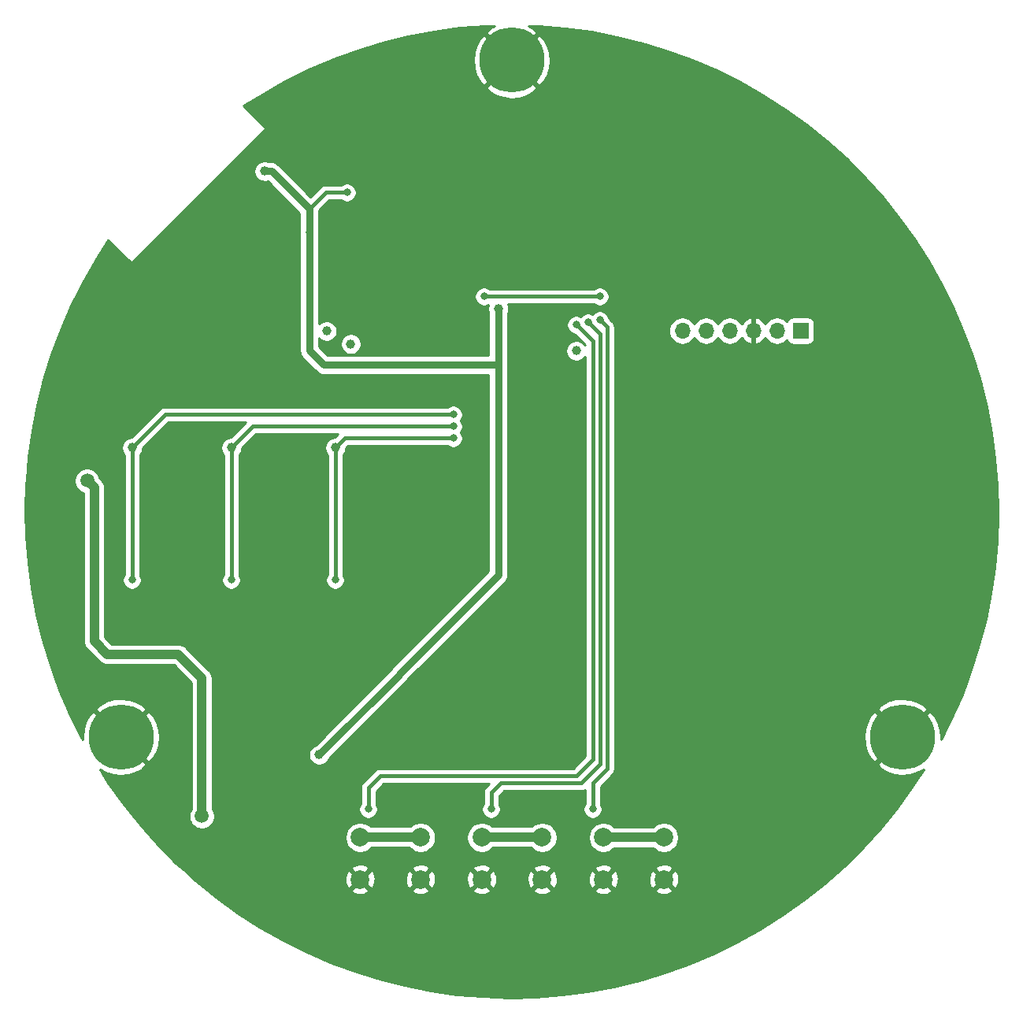
<source format=gbr>
G04 #@! TF.GenerationSoftware,KiCad,Pcbnew,(5.1.2-1)-1*
G04 #@! TF.CreationDate,2019-08-06T22:00:45+02:00*
G04 #@! TF.ProjectId,RGB-Controller#R,5247422d-436f-46e7-9472-6f6c6c657223,rev?*
G04 #@! TF.SameCoordinates,Original*
G04 #@! TF.FileFunction,Copper,L2,Bot*
G04 #@! TF.FilePolarity,Positive*
%FSLAX46Y46*%
G04 Gerber Fmt 4.6, Leading zero omitted, Abs format (unit mm)*
G04 Created by KiCad (PCBNEW (5.1.2-1)-1) date 2019-08-06 22:00:45*
%MOMM*%
%LPD*%
G04 APERTURE LIST*
%ADD10O,1.700000X1.700000*%
%ADD11R,1.700000X1.700000*%
%ADD12C,1.000000*%
%ADD13C,7.000000*%
%ADD14C,2.000000*%
%ADD15C,0.800000*%
%ADD16C,1.500000*%
%ADD17C,0.800000*%
%ADD18C,0.400000*%
%ADD19C,1.000000*%
%ADD20C,0.254000*%
G04 APERTURE END LIST*
D10*
X166624000Y-80137000D03*
X169164000Y-80137000D03*
X171704000Y-80137000D03*
X174244000Y-80137000D03*
X176784000Y-80137000D03*
D11*
X179324000Y-80137000D03*
D12*
X130962400Y-81559400D03*
X128371600Y-80175100D03*
D13*
X106257767Y-123800000D03*
X190262232Y-123800000D03*
X148260000Y-51050000D03*
D14*
X138457000Y-134620000D03*
X138457000Y-139120000D03*
X131957000Y-134620000D03*
X131957000Y-139120000D03*
X145034000Y-139120000D03*
X145034000Y-134620000D03*
X151534000Y-139120000D03*
X151534000Y-134620000D03*
X164615000Y-134620000D03*
X164615000Y-139120000D03*
X158115000Y-134620000D03*
X158115000Y-139120000D03*
D12*
X129286000Y-92710000D03*
X118110000Y-92710000D03*
X107442000Y-92710000D03*
X155194000Y-82296000D03*
X127559000Y-125730000D03*
X146812000Y-77800000D03*
X121666000Y-62992000D03*
D15*
X130556000Y-65278000D03*
X126492000Y-69596000D03*
D16*
X117971000Y-119519000D03*
X117971000Y-121551000D03*
D12*
X113030000Y-109982000D03*
X108458000Y-110998000D03*
X119126000Y-110998000D03*
X123952000Y-109982000D03*
X130302000Y-110998000D03*
X135128000Y-109982000D03*
X141224000Y-141224000D03*
X154432000Y-141224000D03*
X167640000Y-141224000D03*
D14*
X123698000Y-136144000D03*
X123698000Y-131826000D03*
X152654000Y-148336000D03*
X154686000Y-148336000D03*
X156718000Y-148336000D03*
D15*
X150876000Y-83058000D03*
X144272000Y-71628000D03*
X138303000Y-74676000D03*
X138303000Y-77724000D03*
X152908000Y-85217000D03*
X111506000Y-70866000D03*
X145590000Y-68278000D03*
X121540919Y-64390919D03*
X125730000Y-59436000D03*
X125730000Y-62992000D03*
D16*
X102616000Y-96266000D03*
X114935000Y-132334000D03*
D15*
X132842000Y-131572000D03*
X155194000Y-79502000D03*
X146050000Y-131572000D03*
X156464000Y-79248000D03*
X156972000Y-131572000D03*
X157734000Y-78994000D03*
X145288000Y-76454000D03*
X157734000Y-76454000D03*
X129286000Y-106934000D03*
X141986000Y-91694000D03*
X118110000Y-106934000D03*
X141986000Y-90424000D03*
X107442000Y-106934000D03*
X141986000Y-89154000D03*
D17*
X127559000Y-125730000D02*
X136144000Y-117145000D01*
X136144000Y-117145000D02*
X136144000Y-117094000D01*
X136144000Y-117094000D02*
X146812000Y-106426000D01*
X146812000Y-83820000D02*
X128016000Y-83820000D01*
X146812000Y-106426000D02*
X146812000Y-83820000D01*
X146812000Y-83820000D02*
X146812000Y-77800000D01*
X128016000Y-83820000D02*
X126492000Y-82296000D01*
X122428000Y-62992000D02*
X121666000Y-62992000D01*
X126492000Y-67056000D02*
X122428000Y-62992000D01*
D18*
X128270000Y-65278000D02*
X126492000Y-67056000D01*
X130556000Y-65278000D02*
X128270000Y-65278000D01*
D17*
X126492000Y-69596000D02*
X126492000Y-67056000D01*
X126492000Y-82296000D02*
X126492000Y-69596000D01*
D19*
X103365999Y-97015999D02*
X102616000Y-96266000D01*
X114935000Y-117475000D02*
X112395000Y-114935000D01*
X112395000Y-114935000D02*
X104775000Y-114935000D01*
X104775000Y-114935000D02*
X103365999Y-113525999D01*
X103365999Y-113525999D02*
X103365999Y-97015999D01*
X114935000Y-132334000D02*
X114935000Y-117475000D01*
X138557000Y-134565000D02*
X132057000Y-134565000D01*
D18*
X132842000Y-129286000D02*
X132842000Y-131572000D01*
X134112000Y-128016000D02*
X132842000Y-129286000D01*
X155194000Y-128016000D02*
X134112000Y-128016000D01*
X156972000Y-126238000D02*
X155194000Y-128016000D01*
X156972000Y-81280000D02*
X156972000Y-126238000D01*
X155194000Y-79502000D02*
X156972000Y-81280000D01*
D19*
X151765000Y-134565000D02*
X145265000Y-134565000D01*
D18*
X146050000Y-129794000D02*
X146050000Y-131572000D01*
X147066000Y-128778000D02*
X146050000Y-129794000D01*
X155702000Y-128778000D02*
X147066000Y-128778000D01*
X157734000Y-126746000D02*
X155702000Y-128778000D01*
X157734000Y-80518000D02*
X157734000Y-126746000D01*
X156464000Y-79248000D02*
X157734000Y-80518000D01*
D19*
X164615000Y-134620000D02*
X158115000Y-134620000D01*
D18*
X156972000Y-128778000D02*
X156972000Y-131572000D01*
X158496000Y-127254000D02*
X156972000Y-128778000D01*
X158496000Y-79756000D02*
X158496000Y-127254000D01*
X157734000Y-78994000D02*
X158496000Y-79756000D01*
X157734000Y-76454000D02*
X145288000Y-76454000D01*
X130302000Y-91694000D02*
X141986000Y-91694000D01*
X129286000Y-92710000D02*
X130302000Y-91694000D01*
X129286000Y-106934000D02*
X129286000Y-92710000D01*
X120396000Y-90424000D02*
X141986000Y-90424000D01*
X118110000Y-92710000D02*
X120396000Y-90424000D01*
X118110000Y-106934000D02*
X118110000Y-92710000D01*
X110998000Y-89154000D02*
X141986000Y-89154000D01*
X107442000Y-92710000D02*
X110998000Y-89154000D01*
X107442000Y-106934000D02*
X107442000Y-92710000D01*
D20*
G36*
X145981744Y-47575285D02*
G01*
X145921634Y-47615450D01*
X145525450Y-48135845D01*
X148260000Y-50870395D01*
X150994550Y-48135845D01*
X150598366Y-47615450D01*
X150084499Y-47335008D01*
X151177511Y-47366493D01*
X153995264Y-47600631D01*
X156796231Y-47986806D01*
X159572216Y-48523889D01*
X162315094Y-49210308D01*
X165016838Y-50044055D01*
X167669540Y-51022688D01*
X170265437Y-52143345D01*
X172796931Y-53402744D01*
X175256614Y-54797201D01*
X177637288Y-56322634D01*
X179931984Y-57974579D01*
X182133987Y-59748200D01*
X184236852Y-61638308D01*
X186234425Y-63639371D01*
X188120860Y-65745532D01*
X189890636Y-67950627D01*
X191538573Y-70248203D01*
X193059849Y-72631535D01*
X194450011Y-75093648D01*
X195704990Y-77627337D01*
X196821114Y-80225186D01*
X197795116Y-82879592D01*
X198624146Y-85582786D01*
X199305777Y-88326858D01*
X199838014Y-91103776D01*
X200219300Y-93905414D01*
X200448519Y-96723571D01*
X200525000Y-99550000D01*
X200523726Y-99914876D01*
X200427515Y-102740702D01*
X200178628Y-105557190D01*
X199777792Y-108356097D01*
X199226181Y-111129232D01*
X198525410Y-113868479D01*
X197677528Y-116565820D01*
X196685019Y-119213361D01*
X195550786Y-121803355D01*
X194387584Y-124111104D01*
X194417083Y-123836147D01*
X194344301Y-123024882D01*
X194114647Y-122243403D01*
X193736947Y-121521744D01*
X193696782Y-121461634D01*
X193176387Y-121065450D01*
X190441837Y-123800000D01*
X190455980Y-123814143D01*
X190276375Y-123993748D01*
X190262232Y-123979605D01*
X187527682Y-126714155D01*
X187923866Y-127234550D01*
X188638844Y-127624748D01*
X189416208Y-127867964D01*
X190226085Y-127954851D01*
X191037350Y-127882069D01*
X191818829Y-127652415D01*
X192540488Y-127274715D01*
X192558223Y-127262865D01*
X191332955Y-129153222D01*
X189669018Y-131439237D01*
X187883891Y-133631923D01*
X185982798Y-135724863D01*
X183971304Y-137711931D01*
X181855294Y-139587313D01*
X179640963Y-141345519D01*
X177334790Y-142981403D01*
X174943526Y-144490179D01*
X172474167Y-145867430D01*
X169933942Y-147109126D01*
X167330285Y-148211632D01*
X164670816Y-149171723D01*
X161963317Y-149986587D01*
X159215714Y-150653841D01*
X156436047Y-151171531D01*
X153632452Y-151538143D01*
X150813133Y-151752603D01*
X147986342Y-151814284D01*
X145160352Y-151723005D01*
X142343434Y-151479033D01*
X139543831Y-151083083D01*
X136769738Y-150536313D01*
X134029273Y-149840323D01*
X131330456Y-148997151D01*
X128681186Y-148009264D01*
X126089217Y-146879553D01*
X123562134Y-145611325D01*
X121107334Y-144208291D01*
X118732000Y-142674557D01*
X116443084Y-141014612D01*
X115507223Y-140255413D01*
X131001192Y-140255413D01*
X131096956Y-140519814D01*
X131386571Y-140660704D01*
X131698108Y-140742384D01*
X132019595Y-140761718D01*
X132338675Y-140717961D01*
X132643088Y-140612795D01*
X132817044Y-140519814D01*
X132912808Y-140255413D01*
X137501192Y-140255413D01*
X137596956Y-140519814D01*
X137886571Y-140660704D01*
X138198108Y-140742384D01*
X138519595Y-140761718D01*
X138838675Y-140717961D01*
X139143088Y-140612795D01*
X139317044Y-140519814D01*
X139412808Y-140255413D01*
X144078192Y-140255413D01*
X144173956Y-140519814D01*
X144463571Y-140660704D01*
X144775108Y-140742384D01*
X145096595Y-140761718D01*
X145415675Y-140717961D01*
X145720088Y-140612795D01*
X145894044Y-140519814D01*
X145989808Y-140255413D01*
X150578192Y-140255413D01*
X150673956Y-140519814D01*
X150963571Y-140660704D01*
X151275108Y-140742384D01*
X151596595Y-140761718D01*
X151915675Y-140717961D01*
X152220088Y-140612795D01*
X152394044Y-140519814D01*
X152489808Y-140255413D01*
X157159192Y-140255413D01*
X157254956Y-140519814D01*
X157544571Y-140660704D01*
X157856108Y-140742384D01*
X158177595Y-140761718D01*
X158496675Y-140717961D01*
X158801088Y-140612795D01*
X158975044Y-140519814D01*
X159070808Y-140255413D01*
X163659192Y-140255413D01*
X163754956Y-140519814D01*
X164044571Y-140660704D01*
X164356108Y-140742384D01*
X164677595Y-140761718D01*
X164996675Y-140717961D01*
X165301088Y-140612795D01*
X165475044Y-140519814D01*
X165570808Y-140255413D01*
X164615000Y-139299605D01*
X163659192Y-140255413D01*
X159070808Y-140255413D01*
X158115000Y-139299605D01*
X157159192Y-140255413D01*
X152489808Y-140255413D01*
X151534000Y-139299605D01*
X150578192Y-140255413D01*
X145989808Y-140255413D01*
X145034000Y-139299605D01*
X144078192Y-140255413D01*
X139412808Y-140255413D01*
X138457000Y-139299605D01*
X137501192Y-140255413D01*
X132912808Y-140255413D01*
X131957000Y-139299605D01*
X131001192Y-140255413D01*
X115507223Y-140255413D01*
X114247286Y-139233315D01*
X114191252Y-139182595D01*
X130315282Y-139182595D01*
X130359039Y-139501675D01*
X130464205Y-139806088D01*
X130557186Y-139980044D01*
X130821587Y-140075808D01*
X131777395Y-139120000D01*
X132136605Y-139120000D01*
X133092413Y-140075808D01*
X133356814Y-139980044D01*
X133497704Y-139690429D01*
X133579384Y-139378892D01*
X133591189Y-139182595D01*
X136815282Y-139182595D01*
X136859039Y-139501675D01*
X136964205Y-139806088D01*
X137057186Y-139980044D01*
X137321587Y-140075808D01*
X138277395Y-139120000D01*
X138636605Y-139120000D01*
X139592413Y-140075808D01*
X139856814Y-139980044D01*
X139997704Y-139690429D01*
X140079384Y-139378892D01*
X140091189Y-139182595D01*
X143392282Y-139182595D01*
X143436039Y-139501675D01*
X143541205Y-139806088D01*
X143634186Y-139980044D01*
X143898587Y-140075808D01*
X144854395Y-139120000D01*
X145213605Y-139120000D01*
X146169413Y-140075808D01*
X146433814Y-139980044D01*
X146574704Y-139690429D01*
X146656384Y-139378892D01*
X146668189Y-139182595D01*
X149892282Y-139182595D01*
X149936039Y-139501675D01*
X150041205Y-139806088D01*
X150134186Y-139980044D01*
X150398587Y-140075808D01*
X151354395Y-139120000D01*
X151713605Y-139120000D01*
X152669413Y-140075808D01*
X152933814Y-139980044D01*
X153074704Y-139690429D01*
X153156384Y-139378892D01*
X153168189Y-139182595D01*
X156473282Y-139182595D01*
X156517039Y-139501675D01*
X156622205Y-139806088D01*
X156715186Y-139980044D01*
X156979587Y-140075808D01*
X157935395Y-139120000D01*
X158294605Y-139120000D01*
X159250413Y-140075808D01*
X159514814Y-139980044D01*
X159655704Y-139690429D01*
X159737384Y-139378892D01*
X159749189Y-139182595D01*
X162973282Y-139182595D01*
X163017039Y-139501675D01*
X163122205Y-139806088D01*
X163215186Y-139980044D01*
X163479587Y-140075808D01*
X164435395Y-139120000D01*
X164794605Y-139120000D01*
X165750413Y-140075808D01*
X166014814Y-139980044D01*
X166155704Y-139690429D01*
X166237384Y-139378892D01*
X166256718Y-139057405D01*
X166212961Y-138738325D01*
X166107795Y-138433912D01*
X166014814Y-138259956D01*
X165750413Y-138164192D01*
X164794605Y-139120000D01*
X164435395Y-139120000D01*
X163479587Y-138164192D01*
X163215186Y-138259956D01*
X163074296Y-138549571D01*
X162992616Y-138861108D01*
X162973282Y-139182595D01*
X159749189Y-139182595D01*
X159756718Y-139057405D01*
X159712961Y-138738325D01*
X159607795Y-138433912D01*
X159514814Y-138259956D01*
X159250413Y-138164192D01*
X158294605Y-139120000D01*
X157935395Y-139120000D01*
X156979587Y-138164192D01*
X156715186Y-138259956D01*
X156574296Y-138549571D01*
X156492616Y-138861108D01*
X156473282Y-139182595D01*
X153168189Y-139182595D01*
X153175718Y-139057405D01*
X153131961Y-138738325D01*
X153026795Y-138433912D01*
X152933814Y-138259956D01*
X152669413Y-138164192D01*
X151713605Y-139120000D01*
X151354395Y-139120000D01*
X150398587Y-138164192D01*
X150134186Y-138259956D01*
X149993296Y-138549571D01*
X149911616Y-138861108D01*
X149892282Y-139182595D01*
X146668189Y-139182595D01*
X146675718Y-139057405D01*
X146631961Y-138738325D01*
X146526795Y-138433912D01*
X146433814Y-138259956D01*
X146169413Y-138164192D01*
X145213605Y-139120000D01*
X144854395Y-139120000D01*
X143898587Y-138164192D01*
X143634186Y-138259956D01*
X143493296Y-138549571D01*
X143411616Y-138861108D01*
X143392282Y-139182595D01*
X140091189Y-139182595D01*
X140098718Y-139057405D01*
X140054961Y-138738325D01*
X139949795Y-138433912D01*
X139856814Y-138259956D01*
X139592413Y-138164192D01*
X138636605Y-139120000D01*
X138277395Y-139120000D01*
X137321587Y-138164192D01*
X137057186Y-138259956D01*
X136916296Y-138549571D01*
X136834616Y-138861108D01*
X136815282Y-139182595D01*
X133591189Y-139182595D01*
X133598718Y-139057405D01*
X133554961Y-138738325D01*
X133449795Y-138433912D01*
X133356814Y-138259956D01*
X133092413Y-138164192D01*
X132136605Y-139120000D01*
X131777395Y-139120000D01*
X130821587Y-138164192D01*
X130557186Y-138259956D01*
X130416296Y-138549571D01*
X130334616Y-138861108D01*
X130315282Y-139182595D01*
X114191252Y-139182595D01*
X112867714Y-137984587D01*
X131001192Y-137984587D01*
X131957000Y-138940395D01*
X132912808Y-137984587D01*
X137501192Y-137984587D01*
X138457000Y-138940395D01*
X139412808Y-137984587D01*
X144078192Y-137984587D01*
X145034000Y-138940395D01*
X145989808Y-137984587D01*
X150578192Y-137984587D01*
X151534000Y-138940395D01*
X152489808Y-137984587D01*
X157159192Y-137984587D01*
X158115000Y-138940395D01*
X159070808Y-137984587D01*
X163659192Y-137984587D01*
X164615000Y-138940395D01*
X165570808Y-137984587D01*
X165475044Y-137720186D01*
X165185429Y-137579296D01*
X164873892Y-137497616D01*
X164552405Y-137478282D01*
X164233325Y-137522039D01*
X163928912Y-137627205D01*
X163754956Y-137720186D01*
X163659192Y-137984587D01*
X159070808Y-137984587D01*
X158975044Y-137720186D01*
X158685429Y-137579296D01*
X158373892Y-137497616D01*
X158052405Y-137478282D01*
X157733325Y-137522039D01*
X157428912Y-137627205D01*
X157254956Y-137720186D01*
X157159192Y-137984587D01*
X152489808Y-137984587D01*
X152394044Y-137720186D01*
X152104429Y-137579296D01*
X151792892Y-137497616D01*
X151471405Y-137478282D01*
X151152325Y-137522039D01*
X150847912Y-137627205D01*
X150673956Y-137720186D01*
X150578192Y-137984587D01*
X145989808Y-137984587D01*
X145894044Y-137720186D01*
X145604429Y-137579296D01*
X145292892Y-137497616D01*
X144971405Y-137478282D01*
X144652325Y-137522039D01*
X144347912Y-137627205D01*
X144173956Y-137720186D01*
X144078192Y-137984587D01*
X139412808Y-137984587D01*
X139317044Y-137720186D01*
X139027429Y-137579296D01*
X138715892Y-137497616D01*
X138394405Y-137478282D01*
X138075325Y-137522039D01*
X137770912Y-137627205D01*
X137596956Y-137720186D01*
X137501192Y-137984587D01*
X132912808Y-137984587D01*
X132817044Y-137720186D01*
X132527429Y-137579296D01*
X132215892Y-137497616D01*
X131894405Y-137478282D01*
X131575325Y-137522039D01*
X131270912Y-137627205D01*
X131096956Y-137720186D01*
X131001192Y-137984587D01*
X112867714Y-137984587D01*
X112151031Y-137335878D01*
X110160455Y-135327854D01*
X109387664Y-134458967D01*
X130322000Y-134458967D01*
X130322000Y-134781033D01*
X130384832Y-135096912D01*
X130508082Y-135394463D01*
X130687013Y-135662252D01*
X130914748Y-135889987D01*
X131182537Y-136068918D01*
X131480088Y-136192168D01*
X131795967Y-136255000D01*
X132118033Y-136255000D01*
X132433912Y-136192168D01*
X132731463Y-136068918D01*
X132999252Y-135889987D01*
X133189239Y-135700000D01*
X137224761Y-135700000D01*
X137414748Y-135889987D01*
X137682537Y-136068918D01*
X137980088Y-136192168D01*
X138295967Y-136255000D01*
X138618033Y-136255000D01*
X138933912Y-136192168D01*
X139231463Y-136068918D01*
X139499252Y-135889987D01*
X139726987Y-135662252D01*
X139905918Y-135394463D01*
X140029168Y-135096912D01*
X140092000Y-134781033D01*
X140092000Y-134458967D01*
X143399000Y-134458967D01*
X143399000Y-134781033D01*
X143461832Y-135096912D01*
X143585082Y-135394463D01*
X143764013Y-135662252D01*
X143991748Y-135889987D01*
X144259537Y-136068918D01*
X144557088Y-136192168D01*
X144872967Y-136255000D01*
X145195033Y-136255000D01*
X145510912Y-136192168D01*
X145808463Y-136068918D01*
X146076252Y-135889987D01*
X146266239Y-135700000D01*
X150301761Y-135700000D01*
X150491748Y-135889987D01*
X150759537Y-136068918D01*
X151057088Y-136192168D01*
X151372967Y-136255000D01*
X151695033Y-136255000D01*
X152010912Y-136192168D01*
X152308463Y-136068918D01*
X152576252Y-135889987D01*
X152803987Y-135662252D01*
X152982918Y-135394463D01*
X153106168Y-135096912D01*
X153169000Y-134781033D01*
X153169000Y-134458967D01*
X156480000Y-134458967D01*
X156480000Y-134781033D01*
X156542832Y-135096912D01*
X156666082Y-135394463D01*
X156845013Y-135662252D01*
X157072748Y-135889987D01*
X157340537Y-136068918D01*
X157638088Y-136192168D01*
X157953967Y-136255000D01*
X158276033Y-136255000D01*
X158591912Y-136192168D01*
X158889463Y-136068918D01*
X159157252Y-135889987D01*
X159292239Y-135755000D01*
X163437761Y-135755000D01*
X163572748Y-135889987D01*
X163840537Y-136068918D01*
X164138088Y-136192168D01*
X164453967Y-136255000D01*
X164776033Y-136255000D01*
X165091912Y-136192168D01*
X165389463Y-136068918D01*
X165657252Y-135889987D01*
X165884987Y-135662252D01*
X166063918Y-135394463D01*
X166187168Y-135096912D01*
X166250000Y-134781033D01*
X166250000Y-134458967D01*
X166187168Y-134143088D01*
X166063918Y-133845537D01*
X165884987Y-133577748D01*
X165657252Y-133350013D01*
X165389463Y-133171082D01*
X165091912Y-133047832D01*
X164776033Y-132985000D01*
X164453967Y-132985000D01*
X164138088Y-133047832D01*
X163840537Y-133171082D01*
X163572748Y-133350013D01*
X163437761Y-133485000D01*
X159292239Y-133485000D01*
X159157252Y-133350013D01*
X158889463Y-133171082D01*
X158591912Y-133047832D01*
X158276033Y-132985000D01*
X157953967Y-132985000D01*
X157638088Y-133047832D01*
X157340537Y-133171082D01*
X157072748Y-133350013D01*
X156845013Y-133577748D01*
X156666082Y-133845537D01*
X156542832Y-134143088D01*
X156480000Y-134458967D01*
X153169000Y-134458967D01*
X153106168Y-134143088D01*
X152982918Y-133845537D01*
X152803987Y-133577748D01*
X152576252Y-133350013D01*
X152308463Y-133171082D01*
X152010912Y-133047832D01*
X151695033Y-132985000D01*
X151372967Y-132985000D01*
X151057088Y-133047832D01*
X150759537Y-133171082D01*
X150491748Y-133350013D01*
X150411761Y-133430000D01*
X146156239Y-133430000D01*
X146076252Y-133350013D01*
X145808463Y-133171082D01*
X145510912Y-133047832D01*
X145195033Y-132985000D01*
X144872967Y-132985000D01*
X144557088Y-133047832D01*
X144259537Y-133171082D01*
X143991748Y-133350013D01*
X143764013Y-133577748D01*
X143585082Y-133845537D01*
X143461832Y-134143088D01*
X143399000Y-134458967D01*
X140092000Y-134458967D01*
X140029168Y-134143088D01*
X139905918Y-133845537D01*
X139726987Y-133577748D01*
X139499252Y-133350013D01*
X139231463Y-133171082D01*
X138933912Y-133047832D01*
X138618033Y-132985000D01*
X138295967Y-132985000D01*
X137980088Y-133047832D01*
X137682537Y-133171082D01*
X137414748Y-133350013D01*
X137334761Y-133430000D01*
X133079239Y-133430000D01*
X132999252Y-133350013D01*
X132731463Y-133171082D01*
X132433912Y-133047832D01*
X132118033Y-132985000D01*
X131795967Y-132985000D01*
X131480088Y-133047832D01*
X131182537Y-133171082D01*
X130914748Y-133350013D01*
X130687013Y-133577748D01*
X130508082Y-133845537D01*
X130384832Y-134143088D01*
X130322000Y-134458967D01*
X109387664Y-134458967D01*
X108281383Y-133215122D01*
X106519315Y-131003862D01*
X104879408Y-128700548D01*
X103967466Y-127260781D01*
X104634379Y-127624748D01*
X105411743Y-127867964D01*
X106221620Y-127954851D01*
X107032885Y-127882069D01*
X107814364Y-127652415D01*
X108536023Y-127274715D01*
X108596133Y-127234550D01*
X108992317Y-126714155D01*
X106257767Y-123979605D01*
X106243625Y-123993748D01*
X106064020Y-123814143D01*
X106078162Y-123800000D01*
X106437372Y-123800000D01*
X109171922Y-126534550D01*
X109692317Y-126138366D01*
X110082515Y-125423388D01*
X110325731Y-124646024D01*
X110412618Y-123836147D01*
X110339836Y-123024882D01*
X110110182Y-122243403D01*
X109732482Y-121521744D01*
X109692317Y-121461634D01*
X109171922Y-121065450D01*
X106437372Y-123800000D01*
X106078162Y-123800000D01*
X103343612Y-121065450D01*
X102823217Y-121461634D01*
X102433019Y-122176612D01*
X102189803Y-122953976D01*
X102102916Y-123763853D01*
X102134093Y-124111370D01*
X101984902Y-123844970D01*
X100738775Y-121306916D01*
X100559608Y-120885845D01*
X103523217Y-120885845D01*
X106257767Y-123620395D01*
X108992317Y-120885845D01*
X108596133Y-120365450D01*
X107881155Y-119975252D01*
X107103791Y-119732036D01*
X106293914Y-119645149D01*
X105482649Y-119717931D01*
X104701170Y-119947585D01*
X103979511Y-120325285D01*
X103919401Y-120365450D01*
X103523217Y-120885845D01*
X100559608Y-120885845D01*
X99631726Y-118705187D01*
X98666995Y-116047397D01*
X97847407Y-113341325D01*
X97175358Y-110594890D01*
X96652817Y-107816131D01*
X96281313Y-105013180D01*
X96061933Y-102194240D01*
X95995318Y-99367561D01*
X96081665Y-96541416D01*
X96116609Y-96129589D01*
X101231000Y-96129589D01*
X101231000Y-96402411D01*
X101284225Y-96669989D01*
X101388629Y-96922043D01*
X101540201Y-97148886D01*
X101733114Y-97341799D01*
X101959957Y-97493371D01*
X102212011Y-97597775D01*
X102231000Y-97601552D01*
X102230999Y-113470248D01*
X102225508Y-113525999D01*
X102230999Y-113581750D01*
X102247422Y-113748497D01*
X102312323Y-113962445D01*
X102417715Y-114159622D01*
X102559550Y-114332448D01*
X102602864Y-114367995D01*
X103933008Y-115698140D01*
X103968551Y-115741449D01*
X104141377Y-115883284D01*
X104338553Y-115988676D01*
X104552501Y-116053577D01*
X104719248Y-116070000D01*
X104719257Y-116070000D01*
X104774999Y-116075490D01*
X104830741Y-116070000D01*
X111924869Y-116070000D01*
X113800001Y-117945133D01*
X113800000Y-131539714D01*
X113707629Y-131677957D01*
X113603225Y-131930011D01*
X113550000Y-132197589D01*
X113550000Y-132470411D01*
X113603225Y-132737989D01*
X113707629Y-132990043D01*
X113859201Y-133216886D01*
X114052114Y-133409799D01*
X114278957Y-133561371D01*
X114531011Y-133665775D01*
X114798589Y-133719000D01*
X115071411Y-133719000D01*
X115338989Y-133665775D01*
X115591043Y-133561371D01*
X115817886Y-133409799D01*
X116010799Y-133216886D01*
X116162371Y-132990043D01*
X116266775Y-132737989D01*
X116320000Y-132470411D01*
X116320000Y-132197589D01*
X116266775Y-131930011D01*
X116162371Y-131677957D01*
X116070000Y-131539714D01*
X116070000Y-131470061D01*
X131807000Y-131470061D01*
X131807000Y-131673939D01*
X131846774Y-131873898D01*
X131924795Y-132062256D01*
X132038063Y-132231774D01*
X132182226Y-132375937D01*
X132351744Y-132489205D01*
X132540102Y-132567226D01*
X132740061Y-132607000D01*
X132943939Y-132607000D01*
X133143898Y-132567226D01*
X133332256Y-132489205D01*
X133501774Y-132375937D01*
X133645937Y-132231774D01*
X133759205Y-132062256D01*
X133837226Y-131873898D01*
X133877000Y-131673939D01*
X133877000Y-131470061D01*
X133837226Y-131270102D01*
X133759205Y-131081744D01*
X133677000Y-130958715D01*
X133677000Y-129631867D01*
X134457868Y-128851000D01*
X145812133Y-128851000D01*
X145488579Y-129174554D01*
X145456709Y-129200709D01*
X145352365Y-129327854D01*
X145352364Y-129327855D01*
X145274828Y-129472914D01*
X145227082Y-129630312D01*
X145210960Y-129794000D01*
X145215000Y-129835019D01*
X145215001Y-130958714D01*
X145132795Y-131081744D01*
X145054774Y-131270102D01*
X145015000Y-131470061D01*
X145015000Y-131673939D01*
X145054774Y-131873898D01*
X145132795Y-132062256D01*
X145246063Y-132231774D01*
X145390226Y-132375937D01*
X145559744Y-132489205D01*
X145748102Y-132567226D01*
X145948061Y-132607000D01*
X146151939Y-132607000D01*
X146351898Y-132567226D01*
X146540256Y-132489205D01*
X146709774Y-132375937D01*
X146853937Y-132231774D01*
X146967205Y-132062256D01*
X147045226Y-131873898D01*
X147085000Y-131673939D01*
X147085000Y-131470061D01*
X147045226Y-131270102D01*
X146967205Y-131081744D01*
X146885000Y-130958715D01*
X146885000Y-130139867D01*
X147411868Y-129613000D01*
X155660982Y-129613000D01*
X155702000Y-129617040D01*
X155743018Y-129613000D01*
X155743019Y-129613000D01*
X155865689Y-129600918D01*
X156023087Y-129553172D01*
X156137000Y-129492284D01*
X156137001Y-130958714D01*
X156054795Y-131081744D01*
X155976774Y-131270102D01*
X155937000Y-131470061D01*
X155937000Y-131673939D01*
X155976774Y-131873898D01*
X156054795Y-132062256D01*
X156168063Y-132231774D01*
X156312226Y-132375937D01*
X156481744Y-132489205D01*
X156670102Y-132567226D01*
X156870061Y-132607000D01*
X157073939Y-132607000D01*
X157273898Y-132567226D01*
X157462256Y-132489205D01*
X157631774Y-132375937D01*
X157775937Y-132231774D01*
X157889205Y-132062256D01*
X157967226Y-131873898D01*
X158007000Y-131673939D01*
X158007000Y-131470061D01*
X157967226Y-131270102D01*
X157889205Y-131081744D01*
X157807000Y-130958715D01*
X157807000Y-129123867D01*
X159057426Y-127873441D01*
X159089291Y-127847291D01*
X159193636Y-127720146D01*
X159271172Y-127575087D01*
X159318918Y-127417689D01*
X159331000Y-127295019D01*
X159331000Y-127295009D01*
X159335039Y-127254001D01*
X159331000Y-127212993D01*
X159331000Y-123763853D01*
X186107381Y-123763853D01*
X186180163Y-124575118D01*
X186409817Y-125356597D01*
X186787517Y-126078256D01*
X186827682Y-126138366D01*
X187348077Y-126534550D01*
X190082627Y-123800000D01*
X187348077Y-121065450D01*
X186827682Y-121461634D01*
X186437484Y-122176612D01*
X186194268Y-122953976D01*
X186107381Y-123763853D01*
X159331000Y-123763853D01*
X159331000Y-120885845D01*
X187527682Y-120885845D01*
X190262232Y-123620395D01*
X192996782Y-120885845D01*
X192600598Y-120365450D01*
X191885620Y-119975252D01*
X191108256Y-119732036D01*
X190298379Y-119645149D01*
X189487114Y-119717931D01*
X188705635Y-119947585D01*
X187983976Y-120325285D01*
X187923866Y-120365450D01*
X187527682Y-120885845D01*
X159331000Y-120885845D01*
X159331000Y-80137000D01*
X165131815Y-80137000D01*
X165160487Y-80428111D01*
X165245401Y-80708034D01*
X165383294Y-80966014D01*
X165568866Y-81192134D01*
X165794986Y-81377706D01*
X166052966Y-81515599D01*
X166332889Y-81600513D01*
X166551050Y-81622000D01*
X166696950Y-81622000D01*
X166915111Y-81600513D01*
X167195034Y-81515599D01*
X167453014Y-81377706D01*
X167679134Y-81192134D01*
X167864706Y-80966014D01*
X167894000Y-80911209D01*
X167923294Y-80966014D01*
X168108866Y-81192134D01*
X168334986Y-81377706D01*
X168592966Y-81515599D01*
X168872889Y-81600513D01*
X169091050Y-81622000D01*
X169236950Y-81622000D01*
X169455111Y-81600513D01*
X169735034Y-81515599D01*
X169993014Y-81377706D01*
X170219134Y-81192134D01*
X170404706Y-80966014D01*
X170434000Y-80911209D01*
X170463294Y-80966014D01*
X170648866Y-81192134D01*
X170874986Y-81377706D01*
X171132966Y-81515599D01*
X171412889Y-81600513D01*
X171631050Y-81622000D01*
X171776950Y-81622000D01*
X171995111Y-81600513D01*
X172275034Y-81515599D01*
X172533014Y-81377706D01*
X172759134Y-81192134D01*
X172944706Y-80966014D01*
X172979201Y-80901477D01*
X173048822Y-81018355D01*
X173243731Y-81234588D01*
X173477080Y-81408641D01*
X173739901Y-81533825D01*
X173887110Y-81578476D01*
X174117000Y-81457155D01*
X174117000Y-80264000D01*
X174097000Y-80264000D01*
X174097000Y-80010000D01*
X174117000Y-80010000D01*
X174117000Y-78816845D01*
X174371000Y-78816845D01*
X174371000Y-80010000D01*
X174391000Y-80010000D01*
X174391000Y-80264000D01*
X174371000Y-80264000D01*
X174371000Y-81457155D01*
X174600890Y-81578476D01*
X174748099Y-81533825D01*
X175010920Y-81408641D01*
X175244269Y-81234588D01*
X175439178Y-81018355D01*
X175508799Y-80901477D01*
X175543294Y-80966014D01*
X175728866Y-81192134D01*
X175954986Y-81377706D01*
X176212966Y-81515599D01*
X176492889Y-81600513D01*
X176711050Y-81622000D01*
X176856950Y-81622000D01*
X177075111Y-81600513D01*
X177355034Y-81515599D01*
X177613014Y-81377706D01*
X177839134Y-81192134D01*
X177863607Y-81162313D01*
X177884498Y-81231180D01*
X177943463Y-81341494D01*
X178022815Y-81438185D01*
X178119506Y-81517537D01*
X178229820Y-81576502D01*
X178349518Y-81612812D01*
X178474000Y-81625072D01*
X180174000Y-81625072D01*
X180298482Y-81612812D01*
X180418180Y-81576502D01*
X180528494Y-81517537D01*
X180625185Y-81438185D01*
X180704537Y-81341494D01*
X180763502Y-81231180D01*
X180799812Y-81111482D01*
X180812072Y-80987000D01*
X180812072Y-79287000D01*
X180799812Y-79162518D01*
X180763502Y-79042820D01*
X180704537Y-78932506D01*
X180625185Y-78835815D01*
X180528494Y-78756463D01*
X180418180Y-78697498D01*
X180298482Y-78661188D01*
X180174000Y-78648928D01*
X178474000Y-78648928D01*
X178349518Y-78661188D01*
X178229820Y-78697498D01*
X178119506Y-78756463D01*
X178022815Y-78835815D01*
X177943463Y-78932506D01*
X177884498Y-79042820D01*
X177863607Y-79111687D01*
X177839134Y-79081866D01*
X177613014Y-78896294D01*
X177355034Y-78758401D01*
X177075111Y-78673487D01*
X176856950Y-78652000D01*
X176711050Y-78652000D01*
X176492889Y-78673487D01*
X176212966Y-78758401D01*
X175954986Y-78896294D01*
X175728866Y-79081866D01*
X175543294Y-79307986D01*
X175508799Y-79372523D01*
X175439178Y-79255645D01*
X175244269Y-79039412D01*
X175010920Y-78865359D01*
X174748099Y-78740175D01*
X174600890Y-78695524D01*
X174371000Y-78816845D01*
X174117000Y-78816845D01*
X173887110Y-78695524D01*
X173739901Y-78740175D01*
X173477080Y-78865359D01*
X173243731Y-79039412D01*
X173048822Y-79255645D01*
X172979201Y-79372523D01*
X172944706Y-79307986D01*
X172759134Y-79081866D01*
X172533014Y-78896294D01*
X172275034Y-78758401D01*
X171995111Y-78673487D01*
X171776950Y-78652000D01*
X171631050Y-78652000D01*
X171412889Y-78673487D01*
X171132966Y-78758401D01*
X170874986Y-78896294D01*
X170648866Y-79081866D01*
X170463294Y-79307986D01*
X170434000Y-79362791D01*
X170404706Y-79307986D01*
X170219134Y-79081866D01*
X169993014Y-78896294D01*
X169735034Y-78758401D01*
X169455111Y-78673487D01*
X169236950Y-78652000D01*
X169091050Y-78652000D01*
X168872889Y-78673487D01*
X168592966Y-78758401D01*
X168334986Y-78896294D01*
X168108866Y-79081866D01*
X167923294Y-79307986D01*
X167894000Y-79362791D01*
X167864706Y-79307986D01*
X167679134Y-79081866D01*
X167453014Y-78896294D01*
X167195034Y-78758401D01*
X166915111Y-78673487D01*
X166696950Y-78652000D01*
X166551050Y-78652000D01*
X166332889Y-78673487D01*
X166052966Y-78758401D01*
X165794986Y-78896294D01*
X165568866Y-79081866D01*
X165383294Y-79307986D01*
X165245401Y-79565966D01*
X165160487Y-79845889D01*
X165131815Y-80137000D01*
X159331000Y-80137000D01*
X159331000Y-79797018D01*
X159335040Y-79756000D01*
X159318918Y-79592312D01*
X159291523Y-79502000D01*
X159271172Y-79434913D01*
X159193636Y-79289854D01*
X159191294Y-79287000D01*
X159115439Y-79194570D01*
X159115437Y-79194568D01*
X159089291Y-79162709D01*
X159057433Y-79136564D01*
X158758092Y-78837224D01*
X158729226Y-78692102D01*
X158651205Y-78503744D01*
X158537937Y-78334226D01*
X158393774Y-78190063D01*
X158224256Y-78076795D01*
X158035898Y-77998774D01*
X157835939Y-77959000D01*
X157632061Y-77959000D01*
X157432102Y-77998774D01*
X157243744Y-78076795D01*
X157074226Y-78190063D01*
X156939575Y-78324714D01*
X156765898Y-78252774D01*
X156565939Y-78213000D01*
X156362061Y-78213000D01*
X156162102Y-78252774D01*
X155973744Y-78330795D01*
X155804226Y-78444063D01*
X155669575Y-78578714D01*
X155495898Y-78506774D01*
X155295939Y-78467000D01*
X155092061Y-78467000D01*
X154892102Y-78506774D01*
X154703744Y-78584795D01*
X154534226Y-78698063D01*
X154390063Y-78842226D01*
X154276795Y-79011744D01*
X154198774Y-79200102D01*
X154159000Y-79400061D01*
X154159000Y-79603939D01*
X154198774Y-79803898D01*
X154276795Y-79992256D01*
X154390063Y-80161774D01*
X154534226Y-80305937D01*
X154703744Y-80419205D01*
X154892102Y-80497226D01*
X155037225Y-80526093D01*
X156137000Y-81625869D01*
X156137000Y-81664353D01*
X156075612Y-81572480D01*
X155917520Y-81414388D01*
X155731624Y-81290176D01*
X155525067Y-81204617D01*
X155305788Y-81161000D01*
X155082212Y-81161000D01*
X154862933Y-81204617D01*
X154656376Y-81290176D01*
X154470480Y-81414388D01*
X154312388Y-81572480D01*
X154188176Y-81758376D01*
X154102617Y-81964933D01*
X154059000Y-82184212D01*
X154059000Y-82407788D01*
X154102617Y-82627067D01*
X154188176Y-82833624D01*
X154312388Y-83019520D01*
X154470480Y-83177612D01*
X154656376Y-83301824D01*
X154862933Y-83387383D01*
X155082212Y-83431000D01*
X155305788Y-83431000D01*
X155525067Y-83387383D01*
X155731624Y-83301824D01*
X155917520Y-83177612D01*
X156075612Y-83019520D01*
X156137000Y-82927647D01*
X156137001Y-125892130D01*
X154848133Y-127181000D01*
X134153015Y-127181000D01*
X134111999Y-127176960D01*
X134070983Y-127181000D01*
X134070981Y-127181000D01*
X133948311Y-127193082D01*
X133790913Y-127240828D01*
X133645854Y-127318364D01*
X133518709Y-127422709D01*
X133492561Y-127454571D01*
X132280579Y-128666554D01*
X132248709Y-128692709D01*
X132144365Y-128819854D01*
X132144364Y-128819855D01*
X132066828Y-128964914D01*
X132019082Y-129122312D01*
X132002960Y-129286000D01*
X132007000Y-129327019D01*
X132007001Y-130958714D01*
X131924795Y-131081744D01*
X131846774Y-131270102D01*
X131807000Y-131470061D01*
X116070000Y-131470061D01*
X116070000Y-117530741D01*
X116075490Y-117474999D01*
X116070000Y-117419257D01*
X116070000Y-117419248D01*
X116053577Y-117252501D01*
X115988676Y-117038553D01*
X115883284Y-116841377D01*
X115741449Y-116668551D01*
X115698141Y-116633009D01*
X113236996Y-114171865D01*
X113201449Y-114128551D01*
X113028623Y-113986716D01*
X112831447Y-113881324D01*
X112617499Y-113816423D01*
X112450752Y-113800000D01*
X112450751Y-113800000D01*
X112395000Y-113794509D01*
X112339249Y-113800000D01*
X105245132Y-113800000D01*
X104500999Y-113055868D01*
X104500999Y-97071751D01*
X104506490Y-97015999D01*
X104484576Y-96793500D01*
X104419675Y-96579552D01*
X104314283Y-96382376D01*
X104172448Y-96209550D01*
X104129134Y-96174003D01*
X103980212Y-96025081D01*
X103947775Y-95862011D01*
X103843371Y-95609957D01*
X103691799Y-95383114D01*
X103498886Y-95190201D01*
X103272043Y-95038629D01*
X103019989Y-94934225D01*
X102752411Y-94881000D01*
X102479589Y-94881000D01*
X102212011Y-94934225D01*
X101959957Y-95038629D01*
X101733114Y-95190201D01*
X101540201Y-95383114D01*
X101388629Y-95609957D01*
X101284225Y-95862011D01*
X101231000Y-96129589D01*
X96116609Y-96129589D01*
X96320720Y-93724076D01*
X96477947Y-92598212D01*
X106307000Y-92598212D01*
X106307000Y-92821788D01*
X106350617Y-93041067D01*
X106436176Y-93247624D01*
X106560388Y-93433520D01*
X106607001Y-93480133D01*
X106607000Y-106320715D01*
X106524795Y-106443744D01*
X106446774Y-106632102D01*
X106407000Y-106832061D01*
X106407000Y-107035939D01*
X106446774Y-107235898D01*
X106524795Y-107424256D01*
X106638063Y-107593774D01*
X106782226Y-107737937D01*
X106951744Y-107851205D01*
X107140102Y-107929226D01*
X107340061Y-107969000D01*
X107543939Y-107969000D01*
X107743898Y-107929226D01*
X107932256Y-107851205D01*
X108101774Y-107737937D01*
X108245937Y-107593774D01*
X108359205Y-107424256D01*
X108437226Y-107235898D01*
X108477000Y-107035939D01*
X108477000Y-106832061D01*
X108437226Y-106632102D01*
X108359205Y-106443744D01*
X108277000Y-106320715D01*
X108277000Y-93480132D01*
X108323612Y-93433520D01*
X108447824Y-93247624D01*
X108533383Y-93041067D01*
X108577000Y-92821788D01*
X108577000Y-92755867D01*
X111343868Y-89989000D01*
X119650132Y-89989000D01*
X118064133Y-91575000D01*
X117998212Y-91575000D01*
X117778933Y-91618617D01*
X117572376Y-91704176D01*
X117386480Y-91828388D01*
X117228388Y-91986480D01*
X117104176Y-92172376D01*
X117018617Y-92378933D01*
X116975000Y-92598212D01*
X116975000Y-92821788D01*
X117018617Y-93041067D01*
X117104176Y-93247624D01*
X117228388Y-93433520D01*
X117275001Y-93480133D01*
X117275000Y-106320715D01*
X117192795Y-106443744D01*
X117114774Y-106632102D01*
X117075000Y-106832061D01*
X117075000Y-107035939D01*
X117114774Y-107235898D01*
X117192795Y-107424256D01*
X117306063Y-107593774D01*
X117450226Y-107737937D01*
X117619744Y-107851205D01*
X117808102Y-107929226D01*
X118008061Y-107969000D01*
X118211939Y-107969000D01*
X118411898Y-107929226D01*
X118600256Y-107851205D01*
X118769774Y-107737937D01*
X118913937Y-107593774D01*
X119027205Y-107424256D01*
X119105226Y-107235898D01*
X119145000Y-107035939D01*
X119145000Y-106832061D01*
X119105226Y-106632102D01*
X119027205Y-106443744D01*
X118945000Y-106320715D01*
X118945000Y-93480132D01*
X118991612Y-93433520D01*
X119115824Y-93247624D01*
X119201383Y-93041067D01*
X119245000Y-92821788D01*
X119245000Y-92755867D01*
X120741868Y-91259000D01*
X129556132Y-91259000D01*
X129240132Y-91575000D01*
X129174212Y-91575000D01*
X128954933Y-91618617D01*
X128748376Y-91704176D01*
X128562480Y-91828388D01*
X128404388Y-91986480D01*
X128280176Y-92172376D01*
X128194617Y-92378933D01*
X128151000Y-92598212D01*
X128151000Y-92821788D01*
X128194617Y-93041067D01*
X128280176Y-93247624D01*
X128404388Y-93433520D01*
X128451001Y-93480133D01*
X128451000Y-106320715D01*
X128368795Y-106443744D01*
X128290774Y-106632102D01*
X128251000Y-106832061D01*
X128251000Y-107035939D01*
X128290774Y-107235898D01*
X128368795Y-107424256D01*
X128482063Y-107593774D01*
X128626226Y-107737937D01*
X128795744Y-107851205D01*
X128984102Y-107929226D01*
X129184061Y-107969000D01*
X129387939Y-107969000D01*
X129587898Y-107929226D01*
X129776256Y-107851205D01*
X129945774Y-107737937D01*
X130089937Y-107593774D01*
X130203205Y-107424256D01*
X130281226Y-107235898D01*
X130321000Y-107035939D01*
X130321000Y-106832061D01*
X130281226Y-106632102D01*
X130203205Y-106443744D01*
X130121000Y-106320715D01*
X130121000Y-93480132D01*
X130167612Y-93433520D01*
X130291824Y-93247624D01*
X130377383Y-93041067D01*
X130421000Y-92821788D01*
X130421000Y-92755868D01*
X130647868Y-92529000D01*
X141372715Y-92529000D01*
X141495744Y-92611205D01*
X141684102Y-92689226D01*
X141884061Y-92729000D01*
X142087939Y-92729000D01*
X142287898Y-92689226D01*
X142476256Y-92611205D01*
X142645774Y-92497937D01*
X142789937Y-92353774D01*
X142903205Y-92184256D01*
X142981226Y-91995898D01*
X143021000Y-91795939D01*
X143021000Y-91592061D01*
X142981226Y-91392102D01*
X142903205Y-91203744D01*
X142806490Y-91059000D01*
X142903205Y-90914256D01*
X142981226Y-90725898D01*
X143021000Y-90525939D01*
X143021000Y-90322061D01*
X142981226Y-90122102D01*
X142903205Y-89933744D01*
X142806490Y-89789000D01*
X142903205Y-89644256D01*
X142981226Y-89455898D01*
X143021000Y-89255939D01*
X143021000Y-89052061D01*
X142981226Y-88852102D01*
X142903205Y-88663744D01*
X142789937Y-88494226D01*
X142645774Y-88350063D01*
X142476256Y-88236795D01*
X142287898Y-88158774D01*
X142087939Y-88119000D01*
X141884061Y-88119000D01*
X141684102Y-88158774D01*
X141495744Y-88236795D01*
X141372715Y-88319000D01*
X111039007Y-88319000D01*
X110997999Y-88314961D01*
X110956991Y-88319000D01*
X110956981Y-88319000D01*
X110834311Y-88331082D01*
X110676913Y-88378828D01*
X110531854Y-88456364D01*
X110404709Y-88560709D01*
X110378559Y-88592573D01*
X107396133Y-91575000D01*
X107330212Y-91575000D01*
X107110933Y-91618617D01*
X106904376Y-91704176D01*
X106718480Y-91828388D01*
X106560388Y-91986480D01*
X106436176Y-92172376D01*
X106350617Y-92378933D01*
X106307000Y-92598212D01*
X96477947Y-92598212D01*
X96711783Y-90923787D01*
X97253710Y-88148743D01*
X97944916Y-85407068D01*
X98783376Y-82706783D01*
X99766638Y-80055794D01*
X100891824Y-77461857D01*
X102155639Y-74932564D01*
X103554387Y-72475318D01*
X104866691Y-70435113D01*
X107289827Y-72798418D01*
X107307943Y-72813097D01*
X107329899Y-72824833D01*
X107353724Y-72832060D01*
X107378500Y-72834500D01*
X107403276Y-72832060D01*
X107427101Y-72824833D01*
X107449057Y-72813097D01*
X107468303Y-72797303D01*
X117385394Y-62880212D01*
X120531000Y-62880212D01*
X120531000Y-63103788D01*
X120574617Y-63323067D01*
X120660176Y-63529624D01*
X120784388Y-63715520D01*
X120942480Y-63873612D01*
X121128376Y-63997824D01*
X121334933Y-64083383D01*
X121554212Y-64127000D01*
X121777788Y-64127000D01*
X121997067Y-64083383D01*
X122038508Y-64066218D01*
X125457001Y-67484712D01*
X125457000Y-69494061D01*
X125457000Y-69697939D01*
X125457001Y-69697944D01*
X125457000Y-82245172D01*
X125451994Y-82296000D01*
X125457000Y-82346828D01*
X125457000Y-82346837D01*
X125471976Y-82498894D01*
X125531159Y-82693992D01*
X125627266Y-82873797D01*
X125756604Y-83031396D01*
X125796097Y-83063807D01*
X127248197Y-84515908D01*
X127280604Y-84555396D01*
X127438203Y-84684734D01*
X127618007Y-84780841D01*
X127813105Y-84840024D01*
X127965162Y-84855000D01*
X127965171Y-84855000D01*
X128015999Y-84860006D01*
X128066827Y-84855000D01*
X145777001Y-84855000D01*
X145777000Y-105997289D01*
X135448097Y-116326193D01*
X135408604Y-116358604D01*
X135279266Y-116516203D01*
X135245024Y-116580265D01*
X127157498Y-124667792D01*
X127021376Y-124724176D01*
X126835480Y-124848388D01*
X126677388Y-125006480D01*
X126553176Y-125192376D01*
X126467617Y-125398933D01*
X126424000Y-125618212D01*
X126424000Y-125841788D01*
X126467617Y-126061067D01*
X126553176Y-126267624D01*
X126677388Y-126453520D01*
X126835480Y-126611612D01*
X127021376Y-126735824D01*
X127227933Y-126821383D01*
X127447212Y-126865000D01*
X127670788Y-126865000D01*
X127890067Y-126821383D01*
X128096624Y-126735824D01*
X128282520Y-126611612D01*
X128440612Y-126453520D01*
X128564824Y-126267624D01*
X128621208Y-126131502D01*
X136839908Y-117912803D01*
X136879396Y-117880396D01*
X136921251Y-117829396D01*
X137008734Y-117722798D01*
X137042977Y-117658733D01*
X147507908Y-107193803D01*
X147547396Y-107161396D01*
X147650356Y-107035939D01*
X147676734Y-107003798D01*
X147728104Y-106907691D01*
X147772841Y-106823993D01*
X147832024Y-106628895D01*
X147847000Y-106476838D01*
X147847000Y-106476829D01*
X147852006Y-106426001D01*
X147847000Y-106375173D01*
X147847000Y-83870837D01*
X147852007Y-83820000D01*
X147847000Y-83769162D01*
X147847000Y-78267187D01*
X147903383Y-78131067D01*
X147947000Y-77911788D01*
X147947000Y-77688212D01*
X147903383Y-77468933D01*
X147828852Y-77289000D01*
X157120715Y-77289000D01*
X157243744Y-77371205D01*
X157432102Y-77449226D01*
X157632061Y-77489000D01*
X157835939Y-77489000D01*
X158035898Y-77449226D01*
X158224256Y-77371205D01*
X158393774Y-77257937D01*
X158537937Y-77113774D01*
X158651205Y-76944256D01*
X158729226Y-76755898D01*
X158769000Y-76555939D01*
X158769000Y-76352061D01*
X158729226Y-76152102D01*
X158651205Y-75963744D01*
X158537937Y-75794226D01*
X158393774Y-75650063D01*
X158224256Y-75536795D01*
X158035898Y-75458774D01*
X157835939Y-75419000D01*
X157632061Y-75419000D01*
X157432102Y-75458774D01*
X157243744Y-75536795D01*
X157120715Y-75619000D01*
X145901285Y-75619000D01*
X145778256Y-75536795D01*
X145589898Y-75458774D01*
X145389939Y-75419000D01*
X145186061Y-75419000D01*
X144986102Y-75458774D01*
X144797744Y-75536795D01*
X144628226Y-75650063D01*
X144484063Y-75794226D01*
X144370795Y-75963744D01*
X144292774Y-76152102D01*
X144253000Y-76352061D01*
X144253000Y-76555939D01*
X144292774Y-76755898D01*
X144370795Y-76944256D01*
X144484063Y-77113774D01*
X144628226Y-77257937D01*
X144797744Y-77371205D01*
X144986102Y-77449226D01*
X145186061Y-77489000D01*
X145389939Y-77489000D01*
X145589898Y-77449226D01*
X145757544Y-77379784D01*
X145720617Y-77468933D01*
X145677000Y-77688212D01*
X145677000Y-77911788D01*
X145720617Y-78131067D01*
X145777001Y-78267189D01*
X145777000Y-82785000D01*
X128444711Y-82785000D01*
X127527000Y-81867290D01*
X127527000Y-81447612D01*
X129827400Y-81447612D01*
X129827400Y-81671188D01*
X129871017Y-81890467D01*
X129956576Y-82097024D01*
X130080788Y-82282920D01*
X130238880Y-82441012D01*
X130424776Y-82565224D01*
X130631333Y-82650783D01*
X130850612Y-82694400D01*
X131074188Y-82694400D01*
X131293467Y-82650783D01*
X131500024Y-82565224D01*
X131685920Y-82441012D01*
X131844012Y-82282920D01*
X131968224Y-82097024D01*
X132053783Y-81890467D01*
X132097400Y-81671188D01*
X132097400Y-81447612D01*
X132053783Y-81228333D01*
X131968224Y-81021776D01*
X131844012Y-80835880D01*
X131685920Y-80677788D01*
X131500024Y-80553576D01*
X131293467Y-80468017D01*
X131074188Y-80424400D01*
X130850612Y-80424400D01*
X130631333Y-80468017D01*
X130424776Y-80553576D01*
X130238880Y-80677788D01*
X130080788Y-80835880D01*
X129956576Y-81021776D01*
X129871017Y-81228333D01*
X129827400Y-81447612D01*
X127527000Y-81447612D01*
X127527000Y-80935632D01*
X127648080Y-81056712D01*
X127833976Y-81180924D01*
X128040533Y-81266483D01*
X128259812Y-81310100D01*
X128483388Y-81310100D01*
X128702667Y-81266483D01*
X128909224Y-81180924D01*
X129095120Y-81056712D01*
X129253212Y-80898620D01*
X129377424Y-80712724D01*
X129462983Y-80506167D01*
X129506600Y-80286888D01*
X129506600Y-80063312D01*
X129462983Y-79844033D01*
X129377424Y-79637476D01*
X129253212Y-79451580D01*
X129095120Y-79293488D01*
X128909224Y-79169276D01*
X128702667Y-79083717D01*
X128483388Y-79040100D01*
X128259812Y-79040100D01*
X128040533Y-79083717D01*
X127833976Y-79169276D01*
X127648080Y-79293488D01*
X127527000Y-79414568D01*
X127527000Y-67201868D01*
X128615869Y-66113000D01*
X129942715Y-66113000D01*
X130065744Y-66195205D01*
X130254102Y-66273226D01*
X130454061Y-66313000D01*
X130657939Y-66313000D01*
X130857898Y-66273226D01*
X131046256Y-66195205D01*
X131215774Y-66081937D01*
X131359937Y-65937774D01*
X131473205Y-65768256D01*
X131551226Y-65579898D01*
X131591000Y-65379939D01*
X131591000Y-65176061D01*
X131551226Y-64976102D01*
X131473205Y-64787744D01*
X131359937Y-64618226D01*
X131215774Y-64474063D01*
X131046256Y-64360795D01*
X130857898Y-64282774D01*
X130657939Y-64243000D01*
X130454061Y-64243000D01*
X130254102Y-64282774D01*
X130065744Y-64360795D01*
X129942715Y-64443000D01*
X128311018Y-64443000D01*
X128270000Y-64438960D01*
X128228982Y-64443000D01*
X128228981Y-64443000D01*
X128106311Y-64455082D01*
X127948913Y-64502828D01*
X127803854Y-64580364D01*
X127676709Y-64684709D01*
X127650563Y-64716568D01*
X126633422Y-65733711D01*
X123195807Y-62296097D01*
X123163396Y-62256604D01*
X123005797Y-62127266D01*
X122825993Y-62031159D01*
X122630895Y-61971976D01*
X122478838Y-61957000D01*
X122478828Y-61957000D01*
X122428000Y-61951994D01*
X122377172Y-61957000D01*
X122133187Y-61957000D01*
X121997067Y-61900617D01*
X121777788Y-61857000D01*
X121554212Y-61857000D01*
X121334933Y-61900617D01*
X121128376Y-61986176D01*
X120942480Y-62110388D01*
X120784388Y-62268480D01*
X120660176Y-62454376D01*
X120574617Y-62660933D01*
X120531000Y-62880212D01*
X117385394Y-62880212D01*
X121819303Y-58446303D01*
X121836123Y-58425497D01*
X121847535Y-58403370D01*
X121854411Y-58379442D01*
X121856486Y-58354633D01*
X121853682Y-58329895D01*
X121846105Y-58306179D01*
X121834048Y-58284397D01*
X121817972Y-58265387D01*
X119443559Y-55959797D01*
X121419766Y-54703238D01*
X122734107Y-53964155D01*
X145525450Y-53964155D01*
X145921634Y-54484550D01*
X146636612Y-54874748D01*
X147413976Y-55117964D01*
X148223853Y-55204851D01*
X149035118Y-55132069D01*
X149816597Y-54902415D01*
X150538256Y-54524715D01*
X150598366Y-54484550D01*
X150994550Y-53964155D01*
X148260000Y-51229605D01*
X145525450Y-53964155D01*
X122734107Y-53964155D01*
X123884302Y-53317375D01*
X126420177Y-52066820D01*
X128882866Y-51013853D01*
X144105149Y-51013853D01*
X144177931Y-51825118D01*
X144407585Y-52606597D01*
X144785285Y-53328256D01*
X144825450Y-53388366D01*
X145345845Y-53784550D01*
X148080395Y-51050000D01*
X148439605Y-51050000D01*
X151174155Y-53784550D01*
X151694550Y-53388366D01*
X152084748Y-52673388D01*
X152327964Y-51896024D01*
X152414851Y-51086147D01*
X152342069Y-50274882D01*
X152112415Y-49493403D01*
X151734715Y-48771744D01*
X151694550Y-48711634D01*
X151174155Y-48315450D01*
X148439605Y-51050000D01*
X148080395Y-51050000D01*
X145345845Y-48315450D01*
X144825450Y-48711634D01*
X144435252Y-49426612D01*
X144192036Y-50203976D01*
X144105149Y-51013853D01*
X128882866Y-51013853D01*
X129019970Y-50955232D01*
X131676072Y-49985864D01*
X134380710Y-49161554D01*
X137125967Y-48484713D01*
X139903810Y-47957323D01*
X142706108Y-47580927D01*
X145524661Y-47356627D01*
X146443989Y-47333357D01*
X145981744Y-47575285D01*
X145981744Y-47575285D01*
G37*
X145981744Y-47575285D02*
X145921634Y-47615450D01*
X145525450Y-48135845D01*
X148260000Y-50870395D01*
X150994550Y-48135845D01*
X150598366Y-47615450D01*
X150084499Y-47335008D01*
X151177511Y-47366493D01*
X153995264Y-47600631D01*
X156796231Y-47986806D01*
X159572216Y-48523889D01*
X162315094Y-49210308D01*
X165016838Y-50044055D01*
X167669540Y-51022688D01*
X170265437Y-52143345D01*
X172796931Y-53402744D01*
X175256614Y-54797201D01*
X177637288Y-56322634D01*
X179931984Y-57974579D01*
X182133987Y-59748200D01*
X184236852Y-61638308D01*
X186234425Y-63639371D01*
X188120860Y-65745532D01*
X189890636Y-67950627D01*
X191538573Y-70248203D01*
X193059849Y-72631535D01*
X194450011Y-75093648D01*
X195704990Y-77627337D01*
X196821114Y-80225186D01*
X197795116Y-82879592D01*
X198624146Y-85582786D01*
X199305777Y-88326858D01*
X199838014Y-91103776D01*
X200219300Y-93905414D01*
X200448519Y-96723571D01*
X200525000Y-99550000D01*
X200523726Y-99914876D01*
X200427515Y-102740702D01*
X200178628Y-105557190D01*
X199777792Y-108356097D01*
X199226181Y-111129232D01*
X198525410Y-113868479D01*
X197677528Y-116565820D01*
X196685019Y-119213361D01*
X195550786Y-121803355D01*
X194387584Y-124111104D01*
X194417083Y-123836147D01*
X194344301Y-123024882D01*
X194114647Y-122243403D01*
X193736947Y-121521744D01*
X193696782Y-121461634D01*
X193176387Y-121065450D01*
X190441837Y-123800000D01*
X190455980Y-123814143D01*
X190276375Y-123993748D01*
X190262232Y-123979605D01*
X187527682Y-126714155D01*
X187923866Y-127234550D01*
X188638844Y-127624748D01*
X189416208Y-127867964D01*
X190226085Y-127954851D01*
X191037350Y-127882069D01*
X191818829Y-127652415D01*
X192540488Y-127274715D01*
X192558223Y-127262865D01*
X191332955Y-129153222D01*
X189669018Y-131439237D01*
X187883891Y-133631923D01*
X185982798Y-135724863D01*
X183971304Y-137711931D01*
X181855294Y-139587313D01*
X179640963Y-141345519D01*
X177334790Y-142981403D01*
X174943526Y-144490179D01*
X172474167Y-145867430D01*
X169933942Y-147109126D01*
X167330285Y-148211632D01*
X164670816Y-149171723D01*
X161963317Y-149986587D01*
X159215714Y-150653841D01*
X156436047Y-151171531D01*
X153632452Y-151538143D01*
X150813133Y-151752603D01*
X147986342Y-151814284D01*
X145160352Y-151723005D01*
X142343434Y-151479033D01*
X139543831Y-151083083D01*
X136769738Y-150536313D01*
X134029273Y-149840323D01*
X131330456Y-148997151D01*
X128681186Y-148009264D01*
X126089217Y-146879553D01*
X123562134Y-145611325D01*
X121107334Y-144208291D01*
X118732000Y-142674557D01*
X116443084Y-141014612D01*
X115507223Y-140255413D01*
X131001192Y-140255413D01*
X131096956Y-140519814D01*
X131386571Y-140660704D01*
X131698108Y-140742384D01*
X132019595Y-140761718D01*
X132338675Y-140717961D01*
X132643088Y-140612795D01*
X132817044Y-140519814D01*
X132912808Y-140255413D01*
X137501192Y-140255413D01*
X137596956Y-140519814D01*
X137886571Y-140660704D01*
X138198108Y-140742384D01*
X138519595Y-140761718D01*
X138838675Y-140717961D01*
X139143088Y-140612795D01*
X139317044Y-140519814D01*
X139412808Y-140255413D01*
X144078192Y-140255413D01*
X144173956Y-140519814D01*
X144463571Y-140660704D01*
X144775108Y-140742384D01*
X145096595Y-140761718D01*
X145415675Y-140717961D01*
X145720088Y-140612795D01*
X145894044Y-140519814D01*
X145989808Y-140255413D01*
X150578192Y-140255413D01*
X150673956Y-140519814D01*
X150963571Y-140660704D01*
X151275108Y-140742384D01*
X151596595Y-140761718D01*
X151915675Y-140717961D01*
X152220088Y-140612795D01*
X152394044Y-140519814D01*
X152489808Y-140255413D01*
X157159192Y-140255413D01*
X157254956Y-140519814D01*
X157544571Y-140660704D01*
X157856108Y-140742384D01*
X158177595Y-140761718D01*
X158496675Y-140717961D01*
X158801088Y-140612795D01*
X158975044Y-140519814D01*
X159070808Y-140255413D01*
X163659192Y-140255413D01*
X163754956Y-140519814D01*
X164044571Y-140660704D01*
X164356108Y-140742384D01*
X164677595Y-140761718D01*
X164996675Y-140717961D01*
X165301088Y-140612795D01*
X165475044Y-140519814D01*
X165570808Y-140255413D01*
X164615000Y-139299605D01*
X163659192Y-140255413D01*
X159070808Y-140255413D01*
X158115000Y-139299605D01*
X157159192Y-140255413D01*
X152489808Y-140255413D01*
X151534000Y-139299605D01*
X150578192Y-140255413D01*
X145989808Y-140255413D01*
X145034000Y-139299605D01*
X144078192Y-140255413D01*
X139412808Y-140255413D01*
X138457000Y-139299605D01*
X137501192Y-140255413D01*
X132912808Y-140255413D01*
X131957000Y-139299605D01*
X131001192Y-140255413D01*
X115507223Y-140255413D01*
X114247286Y-139233315D01*
X114191252Y-139182595D01*
X130315282Y-139182595D01*
X130359039Y-139501675D01*
X130464205Y-139806088D01*
X130557186Y-139980044D01*
X130821587Y-140075808D01*
X131777395Y-139120000D01*
X132136605Y-139120000D01*
X133092413Y-140075808D01*
X133356814Y-139980044D01*
X133497704Y-139690429D01*
X133579384Y-139378892D01*
X133591189Y-139182595D01*
X136815282Y-139182595D01*
X136859039Y-139501675D01*
X136964205Y-139806088D01*
X137057186Y-139980044D01*
X137321587Y-140075808D01*
X138277395Y-139120000D01*
X138636605Y-139120000D01*
X139592413Y-140075808D01*
X139856814Y-139980044D01*
X139997704Y-139690429D01*
X140079384Y-139378892D01*
X140091189Y-139182595D01*
X143392282Y-139182595D01*
X143436039Y-139501675D01*
X143541205Y-139806088D01*
X143634186Y-139980044D01*
X143898587Y-140075808D01*
X144854395Y-139120000D01*
X145213605Y-139120000D01*
X146169413Y-140075808D01*
X146433814Y-139980044D01*
X146574704Y-139690429D01*
X146656384Y-139378892D01*
X146668189Y-139182595D01*
X149892282Y-139182595D01*
X149936039Y-139501675D01*
X150041205Y-139806088D01*
X150134186Y-139980044D01*
X150398587Y-140075808D01*
X151354395Y-139120000D01*
X151713605Y-139120000D01*
X152669413Y-140075808D01*
X152933814Y-139980044D01*
X153074704Y-139690429D01*
X153156384Y-139378892D01*
X153168189Y-139182595D01*
X156473282Y-139182595D01*
X156517039Y-139501675D01*
X156622205Y-139806088D01*
X156715186Y-139980044D01*
X156979587Y-140075808D01*
X157935395Y-139120000D01*
X158294605Y-139120000D01*
X159250413Y-140075808D01*
X159514814Y-139980044D01*
X159655704Y-139690429D01*
X159737384Y-139378892D01*
X159749189Y-139182595D01*
X162973282Y-139182595D01*
X163017039Y-139501675D01*
X163122205Y-139806088D01*
X163215186Y-139980044D01*
X163479587Y-140075808D01*
X164435395Y-139120000D01*
X164794605Y-139120000D01*
X165750413Y-140075808D01*
X166014814Y-139980044D01*
X166155704Y-139690429D01*
X166237384Y-139378892D01*
X166256718Y-139057405D01*
X166212961Y-138738325D01*
X166107795Y-138433912D01*
X166014814Y-138259956D01*
X165750413Y-138164192D01*
X164794605Y-139120000D01*
X164435395Y-139120000D01*
X163479587Y-138164192D01*
X163215186Y-138259956D01*
X163074296Y-138549571D01*
X162992616Y-138861108D01*
X162973282Y-139182595D01*
X159749189Y-139182595D01*
X159756718Y-139057405D01*
X159712961Y-138738325D01*
X159607795Y-138433912D01*
X159514814Y-138259956D01*
X159250413Y-138164192D01*
X158294605Y-139120000D01*
X157935395Y-139120000D01*
X156979587Y-138164192D01*
X156715186Y-138259956D01*
X156574296Y-138549571D01*
X156492616Y-138861108D01*
X156473282Y-139182595D01*
X153168189Y-139182595D01*
X153175718Y-139057405D01*
X153131961Y-138738325D01*
X153026795Y-138433912D01*
X152933814Y-138259956D01*
X152669413Y-138164192D01*
X151713605Y-139120000D01*
X151354395Y-139120000D01*
X150398587Y-138164192D01*
X150134186Y-138259956D01*
X149993296Y-138549571D01*
X149911616Y-138861108D01*
X149892282Y-139182595D01*
X146668189Y-139182595D01*
X146675718Y-139057405D01*
X146631961Y-138738325D01*
X146526795Y-138433912D01*
X146433814Y-138259956D01*
X146169413Y-138164192D01*
X145213605Y-139120000D01*
X144854395Y-139120000D01*
X143898587Y-138164192D01*
X143634186Y-138259956D01*
X143493296Y-138549571D01*
X143411616Y-138861108D01*
X143392282Y-139182595D01*
X140091189Y-139182595D01*
X140098718Y-139057405D01*
X140054961Y-138738325D01*
X139949795Y-138433912D01*
X139856814Y-138259956D01*
X139592413Y-138164192D01*
X138636605Y-139120000D01*
X138277395Y-139120000D01*
X137321587Y-138164192D01*
X137057186Y-138259956D01*
X136916296Y-138549571D01*
X136834616Y-138861108D01*
X136815282Y-139182595D01*
X133591189Y-139182595D01*
X133598718Y-139057405D01*
X133554961Y-138738325D01*
X133449795Y-138433912D01*
X133356814Y-138259956D01*
X133092413Y-138164192D01*
X132136605Y-139120000D01*
X131777395Y-139120000D01*
X130821587Y-138164192D01*
X130557186Y-138259956D01*
X130416296Y-138549571D01*
X130334616Y-138861108D01*
X130315282Y-139182595D01*
X114191252Y-139182595D01*
X112867714Y-137984587D01*
X131001192Y-137984587D01*
X131957000Y-138940395D01*
X132912808Y-137984587D01*
X137501192Y-137984587D01*
X138457000Y-138940395D01*
X139412808Y-137984587D01*
X144078192Y-137984587D01*
X145034000Y-138940395D01*
X145989808Y-137984587D01*
X150578192Y-137984587D01*
X151534000Y-138940395D01*
X152489808Y-137984587D01*
X157159192Y-137984587D01*
X158115000Y-138940395D01*
X159070808Y-137984587D01*
X163659192Y-137984587D01*
X164615000Y-138940395D01*
X165570808Y-137984587D01*
X165475044Y-137720186D01*
X165185429Y-137579296D01*
X164873892Y-137497616D01*
X164552405Y-137478282D01*
X164233325Y-137522039D01*
X163928912Y-137627205D01*
X163754956Y-137720186D01*
X163659192Y-137984587D01*
X159070808Y-137984587D01*
X158975044Y-137720186D01*
X158685429Y-137579296D01*
X158373892Y-137497616D01*
X158052405Y-137478282D01*
X157733325Y-137522039D01*
X157428912Y-137627205D01*
X157254956Y-137720186D01*
X157159192Y-137984587D01*
X152489808Y-137984587D01*
X152394044Y-137720186D01*
X152104429Y-137579296D01*
X151792892Y-137497616D01*
X151471405Y-137478282D01*
X151152325Y-137522039D01*
X150847912Y-137627205D01*
X150673956Y-137720186D01*
X150578192Y-137984587D01*
X145989808Y-137984587D01*
X145894044Y-137720186D01*
X145604429Y-137579296D01*
X145292892Y-137497616D01*
X144971405Y-137478282D01*
X144652325Y-137522039D01*
X144347912Y-137627205D01*
X144173956Y-137720186D01*
X144078192Y-137984587D01*
X139412808Y-137984587D01*
X139317044Y-137720186D01*
X139027429Y-137579296D01*
X138715892Y-137497616D01*
X138394405Y-137478282D01*
X138075325Y-137522039D01*
X137770912Y-137627205D01*
X137596956Y-137720186D01*
X137501192Y-137984587D01*
X132912808Y-137984587D01*
X132817044Y-137720186D01*
X132527429Y-137579296D01*
X132215892Y-137497616D01*
X131894405Y-137478282D01*
X131575325Y-137522039D01*
X131270912Y-137627205D01*
X131096956Y-137720186D01*
X131001192Y-137984587D01*
X112867714Y-137984587D01*
X112151031Y-137335878D01*
X110160455Y-135327854D01*
X109387664Y-134458967D01*
X130322000Y-134458967D01*
X130322000Y-134781033D01*
X130384832Y-135096912D01*
X130508082Y-135394463D01*
X130687013Y-135662252D01*
X130914748Y-135889987D01*
X131182537Y-136068918D01*
X131480088Y-136192168D01*
X131795967Y-136255000D01*
X132118033Y-136255000D01*
X132433912Y-136192168D01*
X132731463Y-136068918D01*
X132999252Y-135889987D01*
X133189239Y-135700000D01*
X137224761Y-135700000D01*
X137414748Y-135889987D01*
X137682537Y-136068918D01*
X137980088Y-136192168D01*
X138295967Y-136255000D01*
X138618033Y-136255000D01*
X138933912Y-136192168D01*
X139231463Y-136068918D01*
X139499252Y-135889987D01*
X139726987Y-135662252D01*
X139905918Y-135394463D01*
X140029168Y-135096912D01*
X140092000Y-134781033D01*
X140092000Y-134458967D01*
X143399000Y-134458967D01*
X143399000Y-134781033D01*
X143461832Y-135096912D01*
X143585082Y-135394463D01*
X143764013Y-135662252D01*
X143991748Y-135889987D01*
X144259537Y-136068918D01*
X144557088Y-136192168D01*
X144872967Y-136255000D01*
X145195033Y-136255000D01*
X145510912Y-136192168D01*
X145808463Y-136068918D01*
X146076252Y-135889987D01*
X146266239Y-135700000D01*
X150301761Y-135700000D01*
X150491748Y-135889987D01*
X150759537Y-136068918D01*
X151057088Y-136192168D01*
X151372967Y-136255000D01*
X151695033Y-136255000D01*
X152010912Y-136192168D01*
X152308463Y-136068918D01*
X152576252Y-135889987D01*
X152803987Y-135662252D01*
X152982918Y-135394463D01*
X153106168Y-135096912D01*
X153169000Y-134781033D01*
X153169000Y-134458967D01*
X156480000Y-134458967D01*
X156480000Y-134781033D01*
X156542832Y-135096912D01*
X156666082Y-135394463D01*
X156845013Y-135662252D01*
X157072748Y-135889987D01*
X157340537Y-136068918D01*
X157638088Y-136192168D01*
X157953967Y-136255000D01*
X158276033Y-136255000D01*
X158591912Y-136192168D01*
X158889463Y-136068918D01*
X159157252Y-135889987D01*
X159292239Y-135755000D01*
X163437761Y-135755000D01*
X163572748Y-135889987D01*
X163840537Y-136068918D01*
X164138088Y-136192168D01*
X164453967Y-136255000D01*
X164776033Y-136255000D01*
X165091912Y-136192168D01*
X165389463Y-136068918D01*
X165657252Y-135889987D01*
X165884987Y-135662252D01*
X166063918Y-135394463D01*
X166187168Y-135096912D01*
X166250000Y-134781033D01*
X166250000Y-134458967D01*
X166187168Y-134143088D01*
X166063918Y-133845537D01*
X165884987Y-133577748D01*
X165657252Y-133350013D01*
X165389463Y-133171082D01*
X165091912Y-133047832D01*
X164776033Y-132985000D01*
X164453967Y-132985000D01*
X164138088Y-133047832D01*
X163840537Y-133171082D01*
X163572748Y-133350013D01*
X163437761Y-133485000D01*
X159292239Y-133485000D01*
X159157252Y-133350013D01*
X158889463Y-133171082D01*
X158591912Y-133047832D01*
X158276033Y-132985000D01*
X157953967Y-132985000D01*
X157638088Y-133047832D01*
X157340537Y-133171082D01*
X157072748Y-133350013D01*
X156845013Y-133577748D01*
X156666082Y-133845537D01*
X156542832Y-134143088D01*
X156480000Y-134458967D01*
X153169000Y-134458967D01*
X153106168Y-134143088D01*
X152982918Y-133845537D01*
X152803987Y-133577748D01*
X152576252Y-133350013D01*
X152308463Y-133171082D01*
X152010912Y-133047832D01*
X151695033Y-132985000D01*
X151372967Y-132985000D01*
X151057088Y-133047832D01*
X150759537Y-133171082D01*
X150491748Y-133350013D01*
X150411761Y-133430000D01*
X146156239Y-133430000D01*
X146076252Y-133350013D01*
X145808463Y-133171082D01*
X145510912Y-133047832D01*
X145195033Y-132985000D01*
X144872967Y-132985000D01*
X144557088Y-133047832D01*
X144259537Y-133171082D01*
X143991748Y-133350013D01*
X143764013Y-133577748D01*
X143585082Y-133845537D01*
X143461832Y-134143088D01*
X143399000Y-134458967D01*
X140092000Y-134458967D01*
X140029168Y-134143088D01*
X139905918Y-133845537D01*
X139726987Y-133577748D01*
X139499252Y-133350013D01*
X139231463Y-133171082D01*
X138933912Y-133047832D01*
X138618033Y-132985000D01*
X138295967Y-132985000D01*
X137980088Y-133047832D01*
X137682537Y-133171082D01*
X137414748Y-133350013D01*
X137334761Y-133430000D01*
X133079239Y-133430000D01*
X132999252Y-133350013D01*
X132731463Y-133171082D01*
X132433912Y-133047832D01*
X132118033Y-132985000D01*
X131795967Y-132985000D01*
X131480088Y-133047832D01*
X131182537Y-133171082D01*
X130914748Y-133350013D01*
X130687013Y-133577748D01*
X130508082Y-133845537D01*
X130384832Y-134143088D01*
X130322000Y-134458967D01*
X109387664Y-134458967D01*
X108281383Y-133215122D01*
X106519315Y-131003862D01*
X104879408Y-128700548D01*
X103967466Y-127260781D01*
X104634379Y-127624748D01*
X105411743Y-127867964D01*
X106221620Y-127954851D01*
X107032885Y-127882069D01*
X107814364Y-127652415D01*
X108536023Y-127274715D01*
X108596133Y-127234550D01*
X108992317Y-126714155D01*
X106257767Y-123979605D01*
X106243625Y-123993748D01*
X106064020Y-123814143D01*
X106078162Y-123800000D01*
X106437372Y-123800000D01*
X109171922Y-126534550D01*
X109692317Y-126138366D01*
X110082515Y-125423388D01*
X110325731Y-124646024D01*
X110412618Y-123836147D01*
X110339836Y-123024882D01*
X110110182Y-122243403D01*
X109732482Y-121521744D01*
X109692317Y-121461634D01*
X109171922Y-121065450D01*
X106437372Y-123800000D01*
X106078162Y-123800000D01*
X103343612Y-121065450D01*
X102823217Y-121461634D01*
X102433019Y-122176612D01*
X102189803Y-122953976D01*
X102102916Y-123763853D01*
X102134093Y-124111370D01*
X101984902Y-123844970D01*
X100738775Y-121306916D01*
X100559608Y-120885845D01*
X103523217Y-120885845D01*
X106257767Y-123620395D01*
X108992317Y-120885845D01*
X108596133Y-120365450D01*
X107881155Y-119975252D01*
X107103791Y-119732036D01*
X106293914Y-119645149D01*
X105482649Y-119717931D01*
X104701170Y-119947585D01*
X103979511Y-120325285D01*
X103919401Y-120365450D01*
X103523217Y-120885845D01*
X100559608Y-120885845D01*
X99631726Y-118705187D01*
X98666995Y-116047397D01*
X97847407Y-113341325D01*
X97175358Y-110594890D01*
X96652817Y-107816131D01*
X96281313Y-105013180D01*
X96061933Y-102194240D01*
X95995318Y-99367561D01*
X96081665Y-96541416D01*
X96116609Y-96129589D01*
X101231000Y-96129589D01*
X101231000Y-96402411D01*
X101284225Y-96669989D01*
X101388629Y-96922043D01*
X101540201Y-97148886D01*
X101733114Y-97341799D01*
X101959957Y-97493371D01*
X102212011Y-97597775D01*
X102231000Y-97601552D01*
X102230999Y-113470248D01*
X102225508Y-113525999D01*
X102230999Y-113581750D01*
X102247422Y-113748497D01*
X102312323Y-113962445D01*
X102417715Y-114159622D01*
X102559550Y-114332448D01*
X102602864Y-114367995D01*
X103933008Y-115698140D01*
X103968551Y-115741449D01*
X104141377Y-115883284D01*
X104338553Y-115988676D01*
X104552501Y-116053577D01*
X104719248Y-116070000D01*
X104719257Y-116070000D01*
X104774999Y-116075490D01*
X104830741Y-116070000D01*
X111924869Y-116070000D01*
X113800001Y-117945133D01*
X113800000Y-131539714D01*
X113707629Y-131677957D01*
X113603225Y-131930011D01*
X113550000Y-132197589D01*
X113550000Y-132470411D01*
X113603225Y-132737989D01*
X113707629Y-132990043D01*
X113859201Y-133216886D01*
X114052114Y-133409799D01*
X114278957Y-133561371D01*
X114531011Y-133665775D01*
X114798589Y-133719000D01*
X115071411Y-133719000D01*
X115338989Y-133665775D01*
X115591043Y-133561371D01*
X115817886Y-133409799D01*
X116010799Y-133216886D01*
X116162371Y-132990043D01*
X116266775Y-132737989D01*
X116320000Y-132470411D01*
X116320000Y-132197589D01*
X116266775Y-131930011D01*
X116162371Y-131677957D01*
X116070000Y-131539714D01*
X116070000Y-131470061D01*
X131807000Y-131470061D01*
X131807000Y-131673939D01*
X131846774Y-131873898D01*
X131924795Y-132062256D01*
X132038063Y-132231774D01*
X132182226Y-132375937D01*
X132351744Y-132489205D01*
X132540102Y-132567226D01*
X132740061Y-132607000D01*
X132943939Y-132607000D01*
X133143898Y-132567226D01*
X133332256Y-132489205D01*
X133501774Y-132375937D01*
X133645937Y-132231774D01*
X133759205Y-132062256D01*
X133837226Y-131873898D01*
X133877000Y-131673939D01*
X133877000Y-131470061D01*
X133837226Y-131270102D01*
X133759205Y-131081744D01*
X133677000Y-130958715D01*
X133677000Y-129631867D01*
X134457868Y-128851000D01*
X145812133Y-128851000D01*
X145488579Y-129174554D01*
X145456709Y-129200709D01*
X145352365Y-129327854D01*
X145352364Y-129327855D01*
X145274828Y-129472914D01*
X145227082Y-129630312D01*
X145210960Y-129794000D01*
X145215000Y-129835019D01*
X145215001Y-130958714D01*
X145132795Y-131081744D01*
X145054774Y-131270102D01*
X145015000Y-131470061D01*
X145015000Y-131673939D01*
X145054774Y-131873898D01*
X145132795Y-132062256D01*
X145246063Y-132231774D01*
X145390226Y-132375937D01*
X145559744Y-132489205D01*
X145748102Y-132567226D01*
X145948061Y-132607000D01*
X146151939Y-132607000D01*
X146351898Y-132567226D01*
X146540256Y-132489205D01*
X146709774Y-132375937D01*
X146853937Y-132231774D01*
X146967205Y-132062256D01*
X147045226Y-131873898D01*
X147085000Y-131673939D01*
X147085000Y-131470061D01*
X147045226Y-131270102D01*
X146967205Y-131081744D01*
X146885000Y-130958715D01*
X146885000Y-130139867D01*
X147411868Y-129613000D01*
X155660982Y-129613000D01*
X155702000Y-129617040D01*
X155743018Y-129613000D01*
X155743019Y-129613000D01*
X155865689Y-129600918D01*
X156023087Y-129553172D01*
X156137000Y-129492284D01*
X156137001Y-130958714D01*
X156054795Y-131081744D01*
X155976774Y-131270102D01*
X155937000Y-131470061D01*
X155937000Y-131673939D01*
X155976774Y-131873898D01*
X156054795Y-132062256D01*
X156168063Y-132231774D01*
X156312226Y-132375937D01*
X156481744Y-132489205D01*
X156670102Y-132567226D01*
X156870061Y-132607000D01*
X157073939Y-132607000D01*
X157273898Y-132567226D01*
X157462256Y-132489205D01*
X157631774Y-132375937D01*
X157775937Y-132231774D01*
X157889205Y-132062256D01*
X157967226Y-131873898D01*
X158007000Y-131673939D01*
X158007000Y-131470061D01*
X157967226Y-131270102D01*
X157889205Y-131081744D01*
X157807000Y-130958715D01*
X157807000Y-129123867D01*
X159057426Y-127873441D01*
X159089291Y-127847291D01*
X159193636Y-127720146D01*
X159271172Y-127575087D01*
X159318918Y-127417689D01*
X159331000Y-127295019D01*
X159331000Y-127295009D01*
X159335039Y-127254001D01*
X159331000Y-127212993D01*
X159331000Y-123763853D01*
X186107381Y-123763853D01*
X186180163Y-124575118D01*
X186409817Y-125356597D01*
X186787517Y-126078256D01*
X186827682Y-126138366D01*
X187348077Y-126534550D01*
X190082627Y-123800000D01*
X187348077Y-121065450D01*
X186827682Y-121461634D01*
X186437484Y-122176612D01*
X186194268Y-122953976D01*
X186107381Y-123763853D01*
X159331000Y-123763853D01*
X159331000Y-120885845D01*
X187527682Y-120885845D01*
X190262232Y-123620395D01*
X192996782Y-120885845D01*
X192600598Y-120365450D01*
X191885620Y-119975252D01*
X191108256Y-119732036D01*
X190298379Y-119645149D01*
X189487114Y-119717931D01*
X188705635Y-119947585D01*
X187983976Y-120325285D01*
X187923866Y-120365450D01*
X187527682Y-120885845D01*
X159331000Y-120885845D01*
X159331000Y-80137000D01*
X165131815Y-80137000D01*
X165160487Y-80428111D01*
X165245401Y-80708034D01*
X165383294Y-80966014D01*
X165568866Y-81192134D01*
X165794986Y-81377706D01*
X166052966Y-81515599D01*
X166332889Y-81600513D01*
X166551050Y-81622000D01*
X166696950Y-81622000D01*
X166915111Y-81600513D01*
X167195034Y-81515599D01*
X167453014Y-81377706D01*
X167679134Y-81192134D01*
X167864706Y-80966014D01*
X167894000Y-80911209D01*
X167923294Y-80966014D01*
X168108866Y-81192134D01*
X168334986Y-81377706D01*
X168592966Y-81515599D01*
X168872889Y-81600513D01*
X169091050Y-81622000D01*
X169236950Y-81622000D01*
X169455111Y-81600513D01*
X169735034Y-81515599D01*
X169993014Y-81377706D01*
X170219134Y-81192134D01*
X170404706Y-80966014D01*
X170434000Y-80911209D01*
X170463294Y-80966014D01*
X170648866Y-81192134D01*
X170874986Y-81377706D01*
X171132966Y-81515599D01*
X171412889Y-81600513D01*
X171631050Y-81622000D01*
X171776950Y-81622000D01*
X171995111Y-81600513D01*
X172275034Y-81515599D01*
X172533014Y-81377706D01*
X172759134Y-81192134D01*
X172944706Y-80966014D01*
X172979201Y-80901477D01*
X173048822Y-81018355D01*
X173243731Y-81234588D01*
X173477080Y-81408641D01*
X173739901Y-81533825D01*
X173887110Y-81578476D01*
X174117000Y-81457155D01*
X174117000Y-80264000D01*
X174097000Y-80264000D01*
X174097000Y-80010000D01*
X174117000Y-80010000D01*
X174117000Y-78816845D01*
X174371000Y-78816845D01*
X174371000Y-80010000D01*
X174391000Y-80010000D01*
X174391000Y-80264000D01*
X174371000Y-80264000D01*
X174371000Y-81457155D01*
X174600890Y-81578476D01*
X174748099Y-81533825D01*
X175010920Y-81408641D01*
X175244269Y-81234588D01*
X175439178Y-81018355D01*
X175508799Y-80901477D01*
X175543294Y-80966014D01*
X175728866Y-81192134D01*
X175954986Y-81377706D01*
X176212966Y-81515599D01*
X176492889Y-81600513D01*
X176711050Y-81622000D01*
X176856950Y-81622000D01*
X177075111Y-81600513D01*
X177355034Y-81515599D01*
X177613014Y-81377706D01*
X177839134Y-81192134D01*
X177863607Y-81162313D01*
X177884498Y-81231180D01*
X177943463Y-81341494D01*
X178022815Y-81438185D01*
X178119506Y-81517537D01*
X178229820Y-81576502D01*
X178349518Y-81612812D01*
X178474000Y-81625072D01*
X180174000Y-81625072D01*
X180298482Y-81612812D01*
X180418180Y-81576502D01*
X180528494Y-81517537D01*
X180625185Y-81438185D01*
X180704537Y-81341494D01*
X180763502Y-81231180D01*
X180799812Y-81111482D01*
X180812072Y-80987000D01*
X180812072Y-79287000D01*
X180799812Y-79162518D01*
X180763502Y-79042820D01*
X180704537Y-78932506D01*
X180625185Y-78835815D01*
X180528494Y-78756463D01*
X180418180Y-78697498D01*
X180298482Y-78661188D01*
X180174000Y-78648928D01*
X178474000Y-78648928D01*
X178349518Y-78661188D01*
X178229820Y-78697498D01*
X178119506Y-78756463D01*
X178022815Y-78835815D01*
X177943463Y-78932506D01*
X177884498Y-79042820D01*
X177863607Y-79111687D01*
X177839134Y-79081866D01*
X177613014Y-78896294D01*
X177355034Y-78758401D01*
X177075111Y-78673487D01*
X176856950Y-78652000D01*
X176711050Y-78652000D01*
X176492889Y-78673487D01*
X176212966Y-78758401D01*
X175954986Y-78896294D01*
X175728866Y-79081866D01*
X175543294Y-79307986D01*
X175508799Y-79372523D01*
X175439178Y-79255645D01*
X175244269Y-79039412D01*
X175010920Y-78865359D01*
X174748099Y-78740175D01*
X174600890Y-78695524D01*
X174371000Y-78816845D01*
X174117000Y-78816845D01*
X173887110Y-78695524D01*
X173739901Y-78740175D01*
X173477080Y-78865359D01*
X173243731Y-79039412D01*
X173048822Y-79255645D01*
X172979201Y-79372523D01*
X172944706Y-79307986D01*
X172759134Y-79081866D01*
X172533014Y-78896294D01*
X172275034Y-78758401D01*
X171995111Y-78673487D01*
X171776950Y-78652000D01*
X171631050Y-78652000D01*
X171412889Y-78673487D01*
X171132966Y-78758401D01*
X170874986Y-78896294D01*
X170648866Y-79081866D01*
X170463294Y-79307986D01*
X170434000Y-79362791D01*
X170404706Y-79307986D01*
X170219134Y-79081866D01*
X169993014Y-78896294D01*
X169735034Y-78758401D01*
X169455111Y-78673487D01*
X169236950Y-78652000D01*
X169091050Y-78652000D01*
X168872889Y-78673487D01*
X168592966Y-78758401D01*
X168334986Y-78896294D01*
X168108866Y-79081866D01*
X167923294Y-79307986D01*
X167894000Y-79362791D01*
X167864706Y-79307986D01*
X167679134Y-79081866D01*
X167453014Y-78896294D01*
X167195034Y-78758401D01*
X166915111Y-78673487D01*
X166696950Y-78652000D01*
X166551050Y-78652000D01*
X166332889Y-78673487D01*
X166052966Y-78758401D01*
X165794986Y-78896294D01*
X165568866Y-79081866D01*
X165383294Y-79307986D01*
X165245401Y-79565966D01*
X165160487Y-79845889D01*
X165131815Y-80137000D01*
X159331000Y-80137000D01*
X159331000Y-79797018D01*
X159335040Y-79756000D01*
X159318918Y-79592312D01*
X159291523Y-79502000D01*
X159271172Y-79434913D01*
X159193636Y-79289854D01*
X159191294Y-79287000D01*
X159115439Y-79194570D01*
X159115437Y-79194568D01*
X159089291Y-79162709D01*
X159057433Y-79136564D01*
X158758092Y-78837224D01*
X158729226Y-78692102D01*
X158651205Y-78503744D01*
X158537937Y-78334226D01*
X158393774Y-78190063D01*
X158224256Y-78076795D01*
X158035898Y-77998774D01*
X157835939Y-77959000D01*
X157632061Y-77959000D01*
X157432102Y-77998774D01*
X157243744Y-78076795D01*
X157074226Y-78190063D01*
X156939575Y-78324714D01*
X156765898Y-78252774D01*
X156565939Y-78213000D01*
X156362061Y-78213000D01*
X156162102Y-78252774D01*
X155973744Y-78330795D01*
X155804226Y-78444063D01*
X155669575Y-78578714D01*
X155495898Y-78506774D01*
X155295939Y-78467000D01*
X155092061Y-78467000D01*
X154892102Y-78506774D01*
X154703744Y-78584795D01*
X154534226Y-78698063D01*
X154390063Y-78842226D01*
X154276795Y-79011744D01*
X154198774Y-79200102D01*
X154159000Y-79400061D01*
X154159000Y-79603939D01*
X154198774Y-79803898D01*
X154276795Y-79992256D01*
X154390063Y-80161774D01*
X154534226Y-80305937D01*
X154703744Y-80419205D01*
X154892102Y-80497226D01*
X155037225Y-80526093D01*
X156137000Y-81625869D01*
X156137000Y-81664353D01*
X156075612Y-81572480D01*
X155917520Y-81414388D01*
X155731624Y-81290176D01*
X155525067Y-81204617D01*
X155305788Y-81161000D01*
X155082212Y-81161000D01*
X154862933Y-81204617D01*
X154656376Y-81290176D01*
X154470480Y-81414388D01*
X154312388Y-81572480D01*
X154188176Y-81758376D01*
X154102617Y-81964933D01*
X154059000Y-82184212D01*
X154059000Y-82407788D01*
X154102617Y-82627067D01*
X154188176Y-82833624D01*
X154312388Y-83019520D01*
X154470480Y-83177612D01*
X154656376Y-83301824D01*
X154862933Y-83387383D01*
X155082212Y-83431000D01*
X155305788Y-83431000D01*
X155525067Y-83387383D01*
X155731624Y-83301824D01*
X155917520Y-83177612D01*
X156075612Y-83019520D01*
X156137000Y-82927647D01*
X156137001Y-125892130D01*
X154848133Y-127181000D01*
X134153015Y-127181000D01*
X134111999Y-127176960D01*
X134070983Y-127181000D01*
X134070981Y-127181000D01*
X133948311Y-127193082D01*
X133790913Y-127240828D01*
X133645854Y-127318364D01*
X133518709Y-127422709D01*
X133492561Y-127454571D01*
X132280579Y-128666554D01*
X132248709Y-128692709D01*
X132144365Y-128819854D01*
X132144364Y-128819855D01*
X132066828Y-128964914D01*
X132019082Y-129122312D01*
X132002960Y-129286000D01*
X132007000Y-129327019D01*
X132007001Y-130958714D01*
X131924795Y-131081744D01*
X131846774Y-131270102D01*
X131807000Y-131470061D01*
X116070000Y-131470061D01*
X116070000Y-117530741D01*
X116075490Y-117474999D01*
X116070000Y-117419257D01*
X116070000Y-117419248D01*
X116053577Y-117252501D01*
X115988676Y-117038553D01*
X115883284Y-116841377D01*
X115741449Y-116668551D01*
X115698141Y-116633009D01*
X113236996Y-114171865D01*
X113201449Y-114128551D01*
X113028623Y-113986716D01*
X112831447Y-113881324D01*
X112617499Y-113816423D01*
X112450752Y-113800000D01*
X112450751Y-113800000D01*
X112395000Y-113794509D01*
X112339249Y-113800000D01*
X105245132Y-113800000D01*
X104500999Y-113055868D01*
X104500999Y-97071751D01*
X104506490Y-97015999D01*
X104484576Y-96793500D01*
X104419675Y-96579552D01*
X104314283Y-96382376D01*
X104172448Y-96209550D01*
X104129134Y-96174003D01*
X103980212Y-96025081D01*
X103947775Y-95862011D01*
X103843371Y-95609957D01*
X103691799Y-95383114D01*
X103498886Y-95190201D01*
X103272043Y-95038629D01*
X103019989Y-94934225D01*
X102752411Y-94881000D01*
X102479589Y-94881000D01*
X102212011Y-94934225D01*
X101959957Y-95038629D01*
X101733114Y-95190201D01*
X101540201Y-95383114D01*
X101388629Y-95609957D01*
X101284225Y-95862011D01*
X101231000Y-96129589D01*
X96116609Y-96129589D01*
X96320720Y-93724076D01*
X96477947Y-92598212D01*
X106307000Y-92598212D01*
X106307000Y-92821788D01*
X106350617Y-93041067D01*
X106436176Y-93247624D01*
X106560388Y-93433520D01*
X106607001Y-93480133D01*
X106607000Y-106320715D01*
X106524795Y-106443744D01*
X106446774Y-106632102D01*
X106407000Y-106832061D01*
X106407000Y-107035939D01*
X106446774Y-107235898D01*
X106524795Y-107424256D01*
X106638063Y-107593774D01*
X106782226Y-107737937D01*
X106951744Y-107851205D01*
X107140102Y-107929226D01*
X107340061Y-107969000D01*
X107543939Y-107969000D01*
X107743898Y-107929226D01*
X107932256Y-107851205D01*
X108101774Y-107737937D01*
X108245937Y-107593774D01*
X108359205Y-107424256D01*
X108437226Y-107235898D01*
X108477000Y-107035939D01*
X108477000Y-106832061D01*
X108437226Y-106632102D01*
X108359205Y-106443744D01*
X108277000Y-106320715D01*
X108277000Y-93480132D01*
X108323612Y-93433520D01*
X108447824Y-93247624D01*
X108533383Y-93041067D01*
X108577000Y-92821788D01*
X108577000Y-92755867D01*
X111343868Y-89989000D01*
X119650132Y-89989000D01*
X118064133Y-91575000D01*
X117998212Y-91575000D01*
X117778933Y-91618617D01*
X117572376Y-91704176D01*
X117386480Y-91828388D01*
X117228388Y-91986480D01*
X117104176Y-92172376D01*
X117018617Y-92378933D01*
X116975000Y-92598212D01*
X116975000Y-92821788D01*
X117018617Y-93041067D01*
X117104176Y-93247624D01*
X117228388Y-93433520D01*
X117275001Y-93480133D01*
X117275000Y-106320715D01*
X117192795Y-106443744D01*
X117114774Y-106632102D01*
X117075000Y-106832061D01*
X117075000Y-107035939D01*
X117114774Y-107235898D01*
X117192795Y-107424256D01*
X117306063Y-107593774D01*
X117450226Y-107737937D01*
X117619744Y-107851205D01*
X117808102Y-107929226D01*
X118008061Y-107969000D01*
X118211939Y-107969000D01*
X118411898Y-107929226D01*
X118600256Y-107851205D01*
X118769774Y-107737937D01*
X118913937Y-107593774D01*
X119027205Y-107424256D01*
X119105226Y-107235898D01*
X119145000Y-107035939D01*
X119145000Y-106832061D01*
X119105226Y-106632102D01*
X119027205Y-106443744D01*
X118945000Y-106320715D01*
X118945000Y-93480132D01*
X118991612Y-93433520D01*
X119115824Y-93247624D01*
X119201383Y-93041067D01*
X119245000Y-92821788D01*
X119245000Y-92755867D01*
X120741868Y-91259000D01*
X129556132Y-91259000D01*
X129240132Y-91575000D01*
X129174212Y-91575000D01*
X128954933Y-91618617D01*
X128748376Y-91704176D01*
X128562480Y-91828388D01*
X128404388Y-91986480D01*
X128280176Y-92172376D01*
X128194617Y-92378933D01*
X128151000Y-92598212D01*
X128151000Y-92821788D01*
X128194617Y-93041067D01*
X128280176Y-93247624D01*
X128404388Y-93433520D01*
X128451001Y-93480133D01*
X128451000Y-106320715D01*
X128368795Y-106443744D01*
X128290774Y-106632102D01*
X128251000Y-106832061D01*
X128251000Y-107035939D01*
X128290774Y-107235898D01*
X128368795Y-107424256D01*
X128482063Y-107593774D01*
X128626226Y-107737937D01*
X128795744Y-107851205D01*
X128984102Y-107929226D01*
X129184061Y-107969000D01*
X129387939Y-107969000D01*
X129587898Y-107929226D01*
X129776256Y-107851205D01*
X129945774Y-107737937D01*
X130089937Y-107593774D01*
X130203205Y-107424256D01*
X130281226Y-107235898D01*
X130321000Y-107035939D01*
X130321000Y-106832061D01*
X130281226Y-106632102D01*
X130203205Y-106443744D01*
X130121000Y-106320715D01*
X130121000Y-93480132D01*
X130167612Y-93433520D01*
X130291824Y-93247624D01*
X130377383Y-93041067D01*
X130421000Y-92821788D01*
X130421000Y-92755868D01*
X130647868Y-92529000D01*
X141372715Y-92529000D01*
X141495744Y-92611205D01*
X141684102Y-92689226D01*
X141884061Y-92729000D01*
X142087939Y-92729000D01*
X142287898Y-92689226D01*
X142476256Y-92611205D01*
X142645774Y-92497937D01*
X142789937Y-92353774D01*
X142903205Y-92184256D01*
X142981226Y-91995898D01*
X143021000Y-91795939D01*
X143021000Y-91592061D01*
X142981226Y-91392102D01*
X142903205Y-91203744D01*
X142806490Y-91059000D01*
X142903205Y-90914256D01*
X142981226Y-90725898D01*
X143021000Y-90525939D01*
X143021000Y-90322061D01*
X142981226Y-90122102D01*
X142903205Y-89933744D01*
X142806490Y-89789000D01*
X142903205Y-89644256D01*
X142981226Y-89455898D01*
X143021000Y-89255939D01*
X143021000Y-89052061D01*
X142981226Y-88852102D01*
X142903205Y-88663744D01*
X142789937Y-88494226D01*
X142645774Y-88350063D01*
X142476256Y-88236795D01*
X142287898Y-88158774D01*
X142087939Y-88119000D01*
X141884061Y-88119000D01*
X141684102Y-88158774D01*
X141495744Y-88236795D01*
X141372715Y-88319000D01*
X111039007Y-88319000D01*
X110997999Y-88314961D01*
X110956991Y-88319000D01*
X110956981Y-88319000D01*
X110834311Y-88331082D01*
X110676913Y-88378828D01*
X110531854Y-88456364D01*
X110404709Y-88560709D01*
X110378559Y-88592573D01*
X107396133Y-91575000D01*
X107330212Y-91575000D01*
X107110933Y-91618617D01*
X106904376Y-91704176D01*
X106718480Y-91828388D01*
X106560388Y-91986480D01*
X106436176Y-92172376D01*
X106350617Y-92378933D01*
X106307000Y-92598212D01*
X96477947Y-92598212D01*
X96711783Y-90923787D01*
X97253710Y-88148743D01*
X97944916Y-85407068D01*
X98783376Y-82706783D01*
X99766638Y-80055794D01*
X100891824Y-77461857D01*
X102155639Y-74932564D01*
X103554387Y-72475318D01*
X104866691Y-70435113D01*
X107289827Y-72798418D01*
X107307943Y-72813097D01*
X107329899Y-72824833D01*
X107353724Y-72832060D01*
X107378500Y-72834500D01*
X107403276Y-72832060D01*
X107427101Y-72824833D01*
X107449057Y-72813097D01*
X107468303Y-72797303D01*
X117385394Y-62880212D01*
X120531000Y-62880212D01*
X120531000Y-63103788D01*
X120574617Y-63323067D01*
X120660176Y-63529624D01*
X120784388Y-63715520D01*
X120942480Y-63873612D01*
X121128376Y-63997824D01*
X121334933Y-64083383D01*
X121554212Y-64127000D01*
X121777788Y-64127000D01*
X121997067Y-64083383D01*
X122038508Y-64066218D01*
X125457001Y-67484712D01*
X125457000Y-69494061D01*
X125457000Y-69697939D01*
X125457001Y-69697944D01*
X125457000Y-82245172D01*
X125451994Y-82296000D01*
X125457000Y-82346828D01*
X125457000Y-82346837D01*
X125471976Y-82498894D01*
X125531159Y-82693992D01*
X125627266Y-82873797D01*
X125756604Y-83031396D01*
X125796097Y-83063807D01*
X127248197Y-84515908D01*
X127280604Y-84555396D01*
X127438203Y-84684734D01*
X127618007Y-84780841D01*
X127813105Y-84840024D01*
X127965162Y-84855000D01*
X127965171Y-84855000D01*
X128015999Y-84860006D01*
X128066827Y-84855000D01*
X145777001Y-84855000D01*
X145777000Y-105997289D01*
X135448097Y-116326193D01*
X135408604Y-116358604D01*
X135279266Y-116516203D01*
X135245024Y-116580265D01*
X127157498Y-124667792D01*
X127021376Y-124724176D01*
X126835480Y-124848388D01*
X126677388Y-125006480D01*
X126553176Y-125192376D01*
X126467617Y-125398933D01*
X126424000Y-125618212D01*
X126424000Y-125841788D01*
X126467617Y-126061067D01*
X126553176Y-126267624D01*
X126677388Y-126453520D01*
X126835480Y-126611612D01*
X127021376Y-126735824D01*
X127227933Y-126821383D01*
X127447212Y-126865000D01*
X127670788Y-126865000D01*
X127890067Y-126821383D01*
X128096624Y-126735824D01*
X128282520Y-126611612D01*
X128440612Y-126453520D01*
X128564824Y-126267624D01*
X128621208Y-126131502D01*
X136839908Y-117912803D01*
X136879396Y-117880396D01*
X136921251Y-117829396D01*
X137008734Y-117722798D01*
X137042977Y-117658733D01*
X147507908Y-107193803D01*
X147547396Y-107161396D01*
X147650356Y-107035939D01*
X147676734Y-107003798D01*
X147728104Y-106907691D01*
X147772841Y-106823993D01*
X147832024Y-106628895D01*
X147847000Y-106476838D01*
X147847000Y-106476829D01*
X147852006Y-106426001D01*
X147847000Y-106375173D01*
X147847000Y-83870837D01*
X147852007Y-83820000D01*
X147847000Y-83769162D01*
X147847000Y-78267187D01*
X147903383Y-78131067D01*
X147947000Y-77911788D01*
X147947000Y-77688212D01*
X147903383Y-77468933D01*
X147828852Y-77289000D01*
X157120715Y-77289000D01*
X157243744Y-77371205D01*
X157432102Y-77449226D01*
X157632061Y-77489000D01*
X157835939Y-77489000D01*
X158035898Y-77449226D01*
X158224256Y-77371205D01*
X158393774Y-77257937D01*
X158537937Y-77113774D01*
X158651205Y-76944256D01*
X158729226Y-76755898D01*
X158769000Y-76555939D01*
X158769000Y-76352061D01*
X158729226Y-76152102D01*
X158651205Y-75963744D01*
X158537937Y-75794226D01*
X158393774Y-75650063D01*
X158224256Y-75536795D01*
X158035898Y-75458774D01*
X157835939Y-75419000D01*
X157632061Y-75419000D01*
X157432102Y-75458774D01*
X157243744Y-75536795D01*
X157120715Y-75619000D01*
X145901285Y-75619000D01*
X145778256Y-75536795D01*
X145589898Y-75458774D01*
X145389939Y-75419000D01*
X145186061Y-75419000D01*
X144986102Y-75458774D01*
X144797744Y-75536795D01*
X144628226Y-75650063D01*
X144484063Y-75794226D01*
X144370795Y-75963744D01*
X144292774Y-76152102D01*
X144253000Y-76352061D01*
X144253000Y-76555939D01*
X144292774Y-76755898D01*
X144370795Y-76944256D01*
X144484063Y-77113774D01*
X144628226Y-77257937D01*
X144797744Y-77371205D01*
X144986102Y-77449226D01*
X145186061Y-77489000D01*
X145389939Y-77489000D01*
X145589898Y-77449226D01*
X145757544Y-77379784D01*
X145720617Y-77468933D01*
X145677000Y-77688212D01*
X145677000Y-77911788D01*
X145720617Y-78131067D01*
X145777001Y-78267189D01*
X145777000Y-82785000D01*
X128444711Y-82785000D01*
X127527000Y-81867290D01*
X127527000Y-81447612D01*
X129827400Y-81447612D01*
X129827400Y-81671188D01*
X129871017Y-81890467D01*
X129956576Y-82097024D01*
X130080788Y-82282920D01*
X130238880Y-82441012D01*
X130424776Y-82565224D01*
X130631333Y-82650783D01*
X130850612Y-82694400D01*
X131074188Y-82694400D01*
X131293467Y-82650783D01*
X131500024Y-82565224D01*
X131685920Y-82441012D01*
X131844012Y-82282920D01*
X131968224Y-82097024D01*
X132053783Y-81890467D01*
X132097400Y-81671188D01*
X132097400Y-81447612D01*
X132053783Y-81228333D01*
X131968224Y-81021776D01*
X131844012Y-80835880D01*
X131685920Y-80677788D01*
X131500024Y-80553576D01*
X131293467Y-80468017D01*
X131074188Y-80424400D01*
X130850612Y-80424400D01*
X130631333Y-80468017D01*
X130424776Y-80553576D01*
X130238880Y-80677788D01*
X130080788Y-80835880D01*
X129956576Y-81021776D01*
X129871017Y-81228333D01*
X129827400Y-81447612D01*
X127527000Y-81447612D01*
X127527000Y-80935632D01*
X127648080Y-81056712D01*
X127833976Y-81180924D01*
X128040533Y-81266483D01*
X128259812Y-81310100D01*
X128483388Y-81310100D01*
X128702667Y-81266483D01*
X128909224Y-81180924D01*
X129095120Y-81056712D01*
X129253212Y-80898620D01*
X129377424Y-80712724D01*
X129462983Y-80506167D01*
X129506600Y-80286888D01*
X129506600Y-80063312D01*
X129462983Y-79844033D01*
X129377424Y-79637476D01*
X129253212Y-79451580D01*
X129095120Y-79293488D01*
X128909224Y-79169276D01*
X128702667Y-79083717D01*
X128483388Y-79040100D01*
X128259812Y-79040100D01*
X128040533Y-79083717D01*
X127833976Y-79169276D01*
X127648080Y-79293488D01*
X127527000Y-79414568D01*
X127527000Y-67201868D01*
X128615869Y-66113000D01*
X129942715Y-66113000D01*
X130065744Y-66195205D01*
X130254102Y-66273226D01*
X130454061Y-66313000D01*
X130657939Y-66313000D01*
X130857898Y-66273226D01*
X131046256Y-66195205D01*
X131215774Y-66081937D01*
X131359937Y-65937774D01*
X131473205Y-65768256D01*
X131551226Y-65579898D01*
X131591000Y-65379939D01*
X131591000Y-65176061D01*
X131551226Y-64976102D01*
X131473205Y-64787744D01*
X131359937Y-64618226D01*
X131215774Y-64474063D01*
X131046256Y-64360795D01*
X130857898Y-64282774D01*
X130657939Y-64243000D01*
X130454061Y-64243000D01*
X130254102Y-64282774D01*
X130065744Y-64360795D01*
X129942715Y-64443000D01*
X128311018Y-64443000D01*
X128270000Y-64438960D01*
X128228982Y-64443000D01*
X128228981Y-64443000D01*
X128106311Y-64455082D01*
X127948913Y-64502828D01*
X127803854Y-64580364D01*
X127676709Y-64684709D01*
X127650563Y-64716568D01*
X126633422Y-65733711D01*
X123195807Y-62296097D01*
X123163396Y-62256604D01*
X123005797Y-62127266D01*
X122825993Y-62031159D01*
X122630895Y-61971976D01*
X122478838Y-61957000D01*
X122478828Y-61957000D01*
X122428000Y-61951994D01*
X122377172Y-61957000D01*
X122133187Y-61957000D01*
X121997067Y-61900617D01*
X121777788Y-61857000D01*
X121554212Y-61857000D01*
X121334933Y-61900617D01*
X121128376Y-61986176D01*
X120942480Y-62110388D01*
X120784388Y-62268480D01*
X120660176Y-62454376D01*
X120574617Y-62660933D01*
X120531000Y-62880212D01*
X117385394Y-62880212D01*
X121819303Y-58446303D01*
X121836123Y-58425497D01*
X121847535Y-58403370D01*
X121854411Y-58379442D01*
X121856486Y-58354633D01*
X121853682Y-58329895D01*
X121846105Y-58306179D01*
X121834048Y-58284397D01*
X121817972Y-58265387D01*
X119443559Y-55959797D01*
X121419766Y-54703238D01*
X122734107Y-53964155D01*
X145525450Y-53964155D01*
X145921634Y-54484550D01*
X146636612Y-54874748D01*
X147413976Y-55117964D01*
X148223853Y-55204851D01*
X149035118Y-55132069D01*
X149816597Y-54902415D01*
X150538256Y-54524715D01*
X150598366Y-54484550D01*
X150994550Y-53964155D01*
X148260000Y-51229605D01*
X145525450Y-53964155D01*
X122734107Y-53964155D01*
X123884302Y-53317375D01*
X126420177Y-52066820D01*
X128882866Y-51013853D01*
X144105149Y-51013853D01*
X144177931Y-51825118D01*
X144407585Y-52606597D01*
X144785285Y-53328256D01*
X144825450Y-53388366D01*
X145345845Y-53784550D01*
X148080395Y-51050000D01*
X148439605Y-51050000D01*
X151174155Y-53784550D01*
X151694550Y-53388366D01*
X152084748Y-52673388D01*
X152327964Y-51896024D01*
X152414851Y-51086147D01*
X152342069Y-50274882D01*
X152112415Y-49493403D01*
X151734715Y-48771744D01*
X151694550Y-48711634D01*
X151174155Y-48315450D01*
X148439605Y-51050000D01*
X148080395Y-51050000D01*
X145345845Y-48315450D01*
X144825450Y-48711634D01*
X144435252Y-49426612D01*
X144192036Y-50203976D01*
X144105149Y-51013853D01*
X128882866Y-51013853D01*
X129019970Y-50955232D01*
X131676072Y-49985864D01*
X134380710Y-49161554D01*
X137125967Y-48484713D01*
X139903810Y-47957323D01*
X142706108Y-47580927D01*
X145524661Y-47356627D01*
X146443989Y-47333357D01*
X145981744Y-47575285D01*
M02*

</source>
